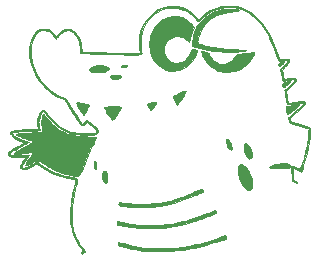
<source format=gbr>
G04 #@! TF.GenerationSoftware,KiCad,Pcbnew,5.1.5-52549c5~84~ubuntu18.04.1*
G04 #@! TF.CreationDate,2019-12-20T17:19:42-07:00*
G04 #@! TF.ProjectId,Tiny,54696e79-2e6b-4696-9361-645f70636258,rev?*
G04 #@! TF.SameCoordinates,Original*
G04 #@! TF.FileFunction,Copper,L1,Top*
G04 #@! TF.FilePolarity,Positive*
%FSLAX46Y46*%
G04 Gerber Fmt 4.6, Leading zero omitted, Abs format (unit mm)*
G04 Created by KiCad (PCBNEW 5.1.5-52549c5~84~ubuntu18.04.1) date 2019-12-20 17:19:42*
%MOMM*%
%LPD*%
G04 APERTURE LIST*
%ADD10C,0.010000*%
G04 APERTURE END LIST*
D10*
G36*
X159130538Y-65586497D02*
G01*
X159162750Y-65586573D01*
X159372660Y-65587604D01*
X159543898Y-65589792D01*
X159680121Y-65593475D01*
X159784982Y-65598987D01*
X159862136Y-65606666D01*
X159915238Y-65616846D01*
X159947942Y-65629865D01*
X159963902Y-65646057D01*
X159967083Y-65660523D01*
X159966235Y-65668184D01*
X159961266Y-65675194D01*
X159948540Y-65682258D01*
X159924421Y-65690077D01*
X159885271Y-65699354D01*
X159827454Y-65710793D01*
X159747334Y-65725096D01*
X159641273Y-65742967D01*
X159505637Y-65765107D01*
X159336787Y-65792221D01*
X159131088Y-65825011D01*
X159046333Y-65838496D01*
X158810321Y-65878240D01*
X158610115Y-65917074D01*
X158439263Y-65956608D01*
X158291314Y-65998455D01*
X158159816Y-66044226D01*
X158064452Y-66083715D01*
X157821982Y-66209459D01*
X157584315Y-66367007D01*
X157360587Y-66548854D01*
X157159937Y-66747497D01*
X156991503Y-66955431D01*
X156975919Y-66977700D01*
X156867121Y-67153924D01*
X156760908Y-67359680D01*
X156662572Y-67582257D01*
X156577402Y-67808938D01*
X156510691Y-68027011D01*
X156475319Y-68180592D01*
X156459734Y-68267656D01*
X156453192Y-68324413D01*
X156455742Y-68361927D01*
X156467431Y-68391258D01*
X156476312Y-68405693D01*
X156528413Y-68454834D01*
X156620230Y-68505902D01*
X156749230Y-68558126D01*
X156912884Y-68610737D01*
X157108658Y-68662965D01*
X157334022Y-68714039D01*
X157586444Y-68763189D01*
X157737826Y-68789445D01*
X157933645Y-68820927D01*
X158122788Y-68848842D01*
X158310748Y-68873706D01*
X158503015Y-68896033D01*
X158705083Y-68916338D01*
X158922442Y-68935137D01*
X159160585Y-68952944D01*
X159425005Y-68970274D01*
X159721192Y-68987643D01*
X160027001Y-69004127D01*
X160161936Y-69011835D01*
X160284610Y-69020103D01*
X160387948Y-69028352D01*
X160464877Y-69036004D01*
X160508321Y-69042482D01*
X160513050Y-69043824D01*
X160544787Y-69057972D01*
X160537783Y-69070860D01*
X160516632Y-69082707D01*
X160480837Y-69093358D01*
X160412145Y-69106868D01*
X160319761Y-69121654D01*
X160212888Y-69136133D01*
X160189333Y-69139002D01*
X160067599Y-69153732D01*
X159945715Y-69168824D01*
X159837609Y-69182534D01*
X159757212Y-69193117D01*
X159755417Y-69193362D01*
X159679053Y-69200287D01*
X159570263Y-69205462D01*
X159438918Y-69208802D01*
X159294891Y-69210222D01*
X159148057Y-69209636D01*
X159008288Y-69206959D01*
X158885457Y-69202107D01*
X158866417Y-69201027D01*
X158589964Y-69183847D01*
X158350375Y-69167423D01*
X158142205Y-69151085D01*
X157960008Y-69134164D01*
X157798338Y-69115988D01*
X157651750Y-69095887D01*
X157514799Y-69073191D01*
X157382039Y-69047231D01*
X157248024Y-69017334D01*
X157120167Y-68986087D01*
X156960206Y-68946359D01*
X156782408Y-68903286D01*
X156602778Y-68860679D01*
X156437324Y-68822348D01*
X156341847Y-68800839D01*
X155976277Y-68719797D01*
X155989318Y-68528190D01*
X156012803Y-68311968D01*
X156053555Y-68077864D01*
X156108545Y-67837576D01*
X156174743Y-67602802D01*
X156249121Y-67385240D01*
X156328649Y-67196590D01*
X156340385Y-67172417D01*
X156460227Y-66967809D01*
X156616065Y-66760908D01*
X156802193Y-66556676D01*
X157012900Y-66360077D01*
X157242477Y-66176072D01*
X157485215Y-66009624D01*
X157735405Y-65865697D01*
X157969036Y-65756705D01*
X158079548Y-65711730D01*
X158174406Y-65675377D01*
X158259951Y-65646742D01*
X158342522Y-65624922D01*
X158428459Y-65609012D01*
X158524103Y-65598109D01*
X158635792Y-65591310D01*
X158769868Y-65587710D01*
X158932670Y-65586407D01*
X159130538Y-65586497D01*
G37*
X159130538Y-65586497D02*
X159162750Y-65586573D01*
X159372660Y-65587604D01*
X159543898Y-65589792D01*
X159680121Y-65593475D01*
X159784982Y-65598987D01*
X159862136Y-65606666D01*
X159915238Y-65616846D01*
X159947942Y-65629865D01*
X159963902Y-65646057D01*
X159967083Y-65660523D01*
X159966235Y-65668184D01*
X159961266Y-65675194D01*
X159948540Y-65682258D01*
X159924421Y-65690077D01*
X159885271Y-65699354D01*
X159827454Y-65710793D01*
X159747334Y-65725096D01*
X159641273Y-65742967D01*
X159505637Y-65765107D01*
X159336787Y-65792221D01*
X159131088Y-65825011D01*
X159046333Y-65838496D01*
X158810321Y-65878240D01*
X158610115Y-65917074D01*
X158439263Y-65956608D01*
X158291314Y-65998455D01*
X158159816Y-66044226D01*
X158064452Y-66083715D01*
X157821982Y-66209459D01*
X157584315Y-66367007D01*
X157360587Y-66548854D01*
X157159937Y-66747497D01*
X156991503Y-66955431D01*
X156975919Y-66977700D01*
X156867121Y-67153924D01*
X156760908Y-67359680D01*
X156662572Y-67582257D01*
X156577402Y-67808938D01*
X156510691Y-68027011D01*
X156475319Y-68180592D01*
X156459734Y-68267656D01*
X156453192Y-68324413D01*
X156455742Y-68361927D01*
X156467431Y-68391258D01*
X156476312Y-68405693D01*
X156528413Y-68454834D01*
X156620230Y-68505902D01*
X156749230Y-68558126D01*
X156912884Y-68610737D01*
X157108658Y-68662965D01*
X157334022Y-68714039D01*
X157586444Y-68763189D01*
X157737826Y-68789445D01*
X157933645Y-68820927D01*
X158122788Y-68848842D01*
X158310748Y-68873706D01*
X158503015Y-68896033D01*
X158705083Y-68916338D01*
X158922442Y-68935137D01*
X159160585Y-68952944D01*
X159425005Y-68970274D01*
X159721192Y-68987643D01*
X160027001Y-69004127D01*
X160161936Y-69011835D01*
X160284610Y-69020103D01*
X160387948Y-69028352D01*
X160464877Y-69036004D01*
X160508321Y-69042482D01*
X160513050Y-69043824D01*
X160544787Y-69057972D01*
X160537783Y-69070860D01*
X160516632Y-69082707D01*
X160480837Y-69093358D01*
X160412145Y-69106868D01*
X160319761Y-69121654D01*
X160212888Y-69136133D01*
X160189333Y-69139002D01*
X160067599Y-69153732D01*
X159945715Y-69168824D01*
X159837609Y-69182534D01*
X159757212Y-69193117D01*
X159755417Y-69193362D01*
X159679053Y-69200287D01*
X159570263Y-69205462D01*
X159438918Y-69208802D01*
X159294891Y-69210222D01*
X159148057Y-69209636D01*
X159008288Y-69206959D01*
X158885457Y-69202107D01*
X158866417Y-69201027D01*
X158589964Y-69183847D01*
X158350375Y-69167423D01*
X158142205Y-69151085D01*
X157960008Y-69134164D01*
X157798338Y-69115988D01*
X157651750Y-69095887D01*
X157514799Y-69073191D01*
X157382039Y-69047231D01*
X157248024Y-69017334D01*
X157120167Y-68986087D01*
X156960206Y-68946359D01*
X156782408Y-68903286D01*
X156602778Y-68860679D01*
X156437324Y-68822348D01*
X156341847Y-68800839D01*
X155976277Y-68719797D01*
X155989318Y-68528190D01*
X156012803Y-68311968D01*
X156053555Y-68077864D01*
X156108545Y-67837576D01*
X156174743Y-67602802D01*
X156249121Y-67385240D01*
X156328649Y-67196590D01*
X156340385Y-67172417D01*
X156460227Y-66967809D01*
X156616065Y-66760908D01*
X156802193Y-66556676D01*
X157012900Y-66360077D01*
X157242477Y-66176072D01*
X157485215Y-66009624D01*
X157735405Y-65865697D01*
X157969036Y-65756705D01*
X158079548Y-65711730D01*
X158174406Y-65675377D01*
X158259951Y-65646742D01*
X158342522Y-65624922D01*
X158428459Y-65609012D01*
X158524103Y-65598109D01*
X158635792Y-65591310D01*
X158769868Y-65587710D01*
X158932670Y-65586407D01*
X159130538Y-65586497D01*
G36*
X163765108Y-70048563D02*
G01*
X163787474Y-70056719D01*
X163787667Y-70057891D01*
X163772187Y-70084720D01*
X163731220Y-70129946D01*
X163672973Y-70186338D01*
X163605650Y-70246665D01*
X163537460Y-70303694D01*
X163476609Y-70350195D01*
X163431302Y-70378936D01*
X163417170Y-70384362D01*
X163350429Y-70376783D01*
X163310711Y-70353663D01*
X163273321Y-70309848D01*
X163258500Y-70265174D01*
X163276568Y-70214212D01*
X163323555Y-70159356D01*
X163388635Y-70111285D01*
X163438417Y-70087662D01*
X163494935Y-70072385D01*
X163567103Y-70059879D01*
X163643682Y-70051101D01*
X163713430Y-70047009D01*
X163765108Y-70048563D01*
G37*
X163765108Y-70048563D02*
X163787474Y-70056719D01*
X163787667Y-70057891D01*
X163772187Y-70084720D01*
X163731220Y-70129946D01*
X163672973Y-70186338D01*
X163605650Y-70246665D01*
X163537460Y-70303694D01*
X163476609Y-70350195D01*
X163431302Y-70378936D01*
X163417170Y-70384362D01*
X163350429Y-70376783D01*
X163310711Y-70353663D01*
X163273321Y-70309848D01*
X163258500Y-70265174D01*
X163276568Y-70214212D01*
X163323555Y-70159356D01*
X163388635Y-70111285D01*
X163438417Y-70087662D01*
X163494935Y-70072385D01*
X163567103Y-70059879D01*
X163643682Y-70051101D01*
X163713430Y-70047009D01*
X163765108Y-70048563D01*
G36*
X150353076Y-70304153D02*
G01*
X150443878Y-70326083D01*
X150487094Y-70347224D01*
X150529564Y-70385169D01*
X150530803Y-70415945D01*
X150491342Y-70439318D01*
X150411713Y-70455055D01*
X150292446Y-70462921D01*
X150222501Y-70463833D01*
X150112029Y-70461570D01*
X150036729Y-70454187D01*
X149989649Y-70440791D01*
X149975170Y-70432069D01*
X149948374Y-70407991D01*
X149951048Y-70388414D01*
X149982620Y-70359146D01*
X150049046Y-70324635D01*
X150142023Y-70303752D01*
X150247912Y-70296817D01*
X150353076Y-70304153D01*
G37*
X150353076Y-70304153D02*
X150443878Y-70326083D01*
X150487094Y-70347224D01*
X150529564Y-70385169D01*
X150530803Y-70415945D01*
X150491342Y-70439318D01*
X150411713Y-70455055D01*
X150292446Y-70462921D01*
X150222501Y-70463833D01*
X150112029Y-70461570D01*
X150036729Y-70454187D01*
X149989649Y-70440791D01*
X149975170Y-70432069D01*
X149948374Y-70407991D01*
X149951048Y-70388414D01*
X149982620Y-70359146D01*
X150049046Y-70324635D01*
X150142023Y-70303752D01*
X150247912Y-70296817D01*
X150353076Y-70304153D01*
G36*
X154862531Y-66202451D02*
G01*
X155018284Y-66226346D01*
X155161107Y-66266862D01*
X155300473Y-66326522D01*
X155445858Y-66407852D01*
X155565247Y-66485060D01*
X155664717Y-66557484D01*
X155769377Y-66642689D01*
X155871601Y-66733538D01*
X155963764Y-66822896D01*
X156038239Y-66903626D01*
X156087402Y-66968591D01*
X156093912Y-66979779D01*
X156133491Y-67053273D01*
X155990283Y-67508463D01*
X155946349Y-67650980D01*
X155905115Y-67790079D01*
X155868988Y-67917216D01*
X155840379Y-68023849D01*
X155821697Y-68101434D01*
X155818276Y-68118368D01*
X155798163Y-68227385D01*
X155781882Y-68297987D01*
X155763403Y-68332929D01*
X155736699Y-68334965D01*
X155695739Y-68306849D01*
X155634497Y-68251335D01*
X155599096Y-68218502D01*
X155427601Y-68079694D01*
X155253926Y-67979940D01*
X155070694Y-67916282D01*
X154870530Y-67885762D01*
X154760083Y-67882002D01*
X154550038Y-67896101D01*
X154364805Y-67940480D01*
X154196723Y-68018260D01*
X154038129Y-68132564D01*
X153953745Y-68210564D01*
X153817194Y-68371493D01*
X153710749Y-68550108D01*
X153636289Y-68739985D01*
X153595694Y-68934705D01*
X153590844Y-69127845D01*
X153623620Y-69312984D01*
X153627354Y-69325422D01*
X153702335Y-69501450D01*
X153813295Y-69669453D01*
X153953891Y-69822314D01*
X154117780Y-69952914D01*
X154260991Y-70036382D01*
X154335554Y-70071767D01*
X154396315Y-70094923D01*
X154456960Y-70108898D01*
X154531170Y-70116740D01*
X154632631Y-70121496D01*
X154645079Y-70121929D01*
X154839570Y-70120644D01*
X155004025Y-70099931D01*
X155147615Y-70056333D01*
X155279511Y-69986389D01*
X155408881Y-69886642D01*
X155501008Y-69799099D01*
X155613282Y-69676258D01*
X155701217Y-69555980D01*
X155772653Y-69425135D01*
X155835426Y-69270595D01*
X155860747Y-69196519D01*
X155900009Y-69086209D01*
X155936074Y-69011753D01*
X155974376Y-68967560D01*
X156020351Y-68948038D01*
X156079434Y-68947598D01*
X156100133Y-68950292D01*
X156187889Y-68968521D01*
X156275634Y-68995145D01*
X156352601Y-69025939D01*
X156408025Y-69056676D01*
X156430268Y-69079885D01*
X156436218Y-69116544D01*
X156428380Y-69167105D01*
X156404812Y-69237802D01*
X156363573Y-69334864D01*
X156324795Y-69418371D01*
X156176407Y-69692262D01*
X156003886Y-69941924D01*
X155810460Y-70164533D01*
X155599357Y-70357267D01*
X155373804Y-70517302D01*
X155137030Y-70641817D01*
X154892263Y-70727988D01*
X154803078Y-70749025D01*
X154721415Y-70761984D01*
X154614148Y-70773669D01*
X154491662Y-70783525D01*
X154364338Y-70790998D01*
X154242559Y-70795536D01*
X154136710Y-70796583D01*
X154057171Y-70793586D01*
X154029833Y-70790278D01*
X153808759Y-70730880D01*
X153586384Y-70634111D01*
X153368197Y-70504382D01*
X153159689Y-70346106D01*
X152966347Y-70163697D01*
X152793663Y-69961568D01*
X152647125Y-69744131D01*
X152583717Y-69627750D01*
X152502346Y-69427332D01*
X152441585Y-69193664D01*
X152402055Y-68930809D01*
X152384379Y-68642835D01*
X152388357Y-68350488D01*
X152401181Y-68161422D01*
X152422084Y-68001437D01*
X152454265Y-67857565D01*
X152500923Y-67716836D01*
X152565256Y-67566281D01*
X152599412Y-67494755D01*
X152756699Y-67204567D01*
X152926064Y-66953813D01*
X153109280Y-66740863D01*
X153308119Y-66564090D01*
X153524354Y-66421868D01*
X153759759Y-66312567D01*
X153955750Y-66249670D01*
X154044551Y-66229482D01*
X154142914Y-66214600D01*
X154260488Y-66203998D01*
X154406922Y-66196646D01*
X154474333Y-66194427D01*
X154684372Y-66192653D01*
X154862531Y-66202451D01*
G37*
X154862531Y-66202451D02*
X155018284Y-66226346D01*
X155161107Y-66266862D01*
X155300473Y-66326522D01*
X155445858Y-66407852D01*
X155565247Y-66485060D01*
X155664717Y-66557484D01*
X155769377Y-66642689D01*
X155871601Y-66733538D01*
X155963764Y-66822896D01*
X156038239Y-66903626D01*
X156087402Y-66968591D01*
X156093912Y-66979779D01*
X156133491Y-67053273D01*
X155990283Y-67508463D01*
X155946349Y-67650980D01*
X155905115Y-67790079D01*
X155868988Y-67917216D01*
X155840379Y-68023849D01*
X155821697Y-68101434D01*
X155818276Y-68118368D01*
X155798163Y-68227385D01*
X155781882Y-68297987D01*
X155763403Y-68332929D01*
X155736699Y-68334965D01*
X155695739Y-68306849D01*
X155634497Y-68251335D01*
X155599096Y-68218502D01*
X155427601Y-68079694D01*
X155253926Y-67979940D01*
X155070694Y-67916282D01*
X154870530Y-67885762D01*
X154760083Y-67882002D01*
X154550038Y-67896101D01*
X154364805Y-67940480D01*
X154196723Y-68018260D01*
X154038129Y-68132564D01*
X153953745Y-68210564D01*
X153817194Y-68371493D01*
X153710749Y-68550108D01*
X153636289Y-68739985D01*
X153595694Y-68934705D01*
X153590844Y-69127845D01*
X153623620Y-69312984D01*
X153627354Y-69325422D01*
X153702335Y-69501450D01*
X153813295Y-69669453D01*
X153953891Y-69822314D01*
X154117780Y-69952914D01*
X154260991Y-70036382D01*
X154335554Y-70071767D01*
X154396315Y-70094923D01*
X154456960Y-70108898D01*
X154531170Y-70116740D01*
X154632631Y-70121496D01*
X154645079Y-70121929D01*
X154839570Y-70120644D01*
X155004025Y-70099931D01*
X155147615Y-70056333D01*
X155279511Y-69986389D01*
X155408881Y-69886642D01*
X155501008Y-69799099D01*
X155613282Y-69676258D01*
X155701217Y-69555980D01*
X155772653Y-69425135D01*
X155835426Y-69270595D01*
X155860747Y-69196519D01*
X155900009Y-69086209D01*
X155936074Y-69011753D01*
X155974376Y-68967560D01*
X156020351Y-68948038D01*
X156079434Y-68947598D01*
X156100133Y-68950292D01*
X156187889Y-68968521D01*
X156275634Y-68995145D01*
X156352601Y-69025939D01*
X156408025Y-69056676D01*
X156430268Y-69079885D01*
X156436218Y-69116544D01*
X156428380Y-69167105D01*
X156404812Y-69237802D01*
X156363573Y-69334864D01*
X156324795Y-69418371D01*
X156176407Y-69692262D01*
X156003886Y-69941924D01*
X155810460Y-70164533D01*
X155599357Y-70357267D01*
X155373804Y-70517302D01*
X155137030Y-70641817D01*
X154892263Y-70727988D01*
X154803078Y-70749025D01*
X154721415Y-70761984D01*
X154614148Y-70773669D01*
X154491662Y-70783525D01*
X154364338Y-70790998D01*
X154242559Y-70795536D01*
X154136710Y-70796583D01*
X154057171Y-70793586D01*
X154029833Y-70790278D01*
X153808759Y-70730880D01*
X153586384Y-70634111D01*
X153368197Y-70504382D01*
X153159689Y-70346106D01*
X152966347Y-70163697D01*
X152793663Y-69961568D01*
X152647125Y-69744131D01*
X152583717Y-69627750D01*
X152502346Y-69427332D01*
X152441585Y-69193664D01*
X152402055Y-68930809D01*
X152384379Y-68642835D01*
X152388357Y-68350488D01*
X152401181Y-68161422D01*
X152422084Y-68001437D01*
X152454265Y-67857565D01*
X152500923Y-67716836D01*
X152565256Y-67566281D01*
X152599412Y-67494755D01*
X152756699Y-67204567D01*
X152926064Y-66953813D01*
X153109280Y-66740863D01*
X153308119Y-66564090D01*
X153524354Y-66421868D01*
X153759759Y-66312567D01*
X153955750Y-66249670D01*
X154044551Y-66229482D01*
X154142914Y-66214600D01*
X154260488Y-66203998D01*
X154406922Y-66196646D01*
X154474333Y-66194427D01*
X154684372Y-66192653D01*
X154862531Y-66202451D01*
G36*
X156913134Y-69142976D02*
G01*
X157049930Y-69166315D01*
X157077184Y-69171530D01*
X157202108Y-69197931D01*
X157293005Y-69224622D01*
X157357882Y-69256933D01*
X157404745Y-69300190D01*
X157441599Y-69359723D01*
X157474546Y-69435984D01*
X157573690Y-69639760D01*
X157699628Y-69818100D01*
X157848542Y-69967467D01*
X158016615Y-70084324D01*
X158200032Y-70165136D01*
X158287174Y-70188937D01*
X158396930Y-70204180D01*
X158529713Y-70208799D01*
X158671543Y-70203598D01*
X158808437Y-70189381D01*
X158926412Y-70166950D01*
X158985062Y-70148836D01*
X159165796Y-70059754D01*
X159332428Y-69939654D01*
X159476082Y-69796215D01*
X159587878Y-69637116D01*
X159598024Y-69618661D01*
X159629162Y-69561318D01*
X159658271Y-69514230D01*
X159689854Y-69475891D01*
X159728414Y-69444793D01*
X159778453Y-69419428D01*
X159844474Y-69398289D01*
X159930979Y-69379869D01*
X160042472Y-69362661D01*
X160183455Y-69345157D01*
X160358430Y-69325849D01*
X160525647Y-69308120D01*
X160675806Y-69292236D01*
X160817461Y-69277212D01*
X160943395Y-69263816D01*
X161046391Y-69252817D01*
X161119230Y-69244982D01*
X161147125Y-69241936D01*
X161207584Y-69236600D01*
X161237113Y-69241666D01*
X161246784Y-69262248D01*
X161247667Y-69288364D01*
X161236807Y-69339201D01*
X161207086Y-69416768D01*
X161162790Y-69512352D01*
X161108206Y-69617238D01*
X161047621Y-69722713D01*
X160988168Y-69815878D01*
X160902162Y-69929143D01*
X160790735Y-70055961D01*
X160663726Y-70186461D01*
X160530972Y-70310766D01*
X160402314Y-70419004D01*
X160341824Y-70464565D01*
X160116365Y-70610369D01*
X159894697Y-70719407D01*
X159667409Y-70795136D01*
X159425091Y-70841014D01*
X159279167Y-70854965D01*
X159121361Y-70864965D01*
X158995548Y-70871468D01*
X158891545Y-70874618D01*
X158799168Y-70874557D01*
X158708232Y-70871427D01*
X158608555Y-70865373D01*
X158596689Y-70864539D01*
X158391441Y-70839925D01*
X158212735Y-70796161D01*
X158197401Y-70791162D01*
X158018159Y-70714389D01*
X157831092Y-70603190D01*
X157642316Y-70463112D01*
X157457947Y-70299700D01*
X157284103Y-70118500D01*
X157126897Y-69925060D01*
X156992448Y-69724925D01*
X156960121Y-69669171D01*
X156925331Y-69602113D01*
X156884988Y-69516941D01*
X156843067Y-69423038D01*
X156803547Y-69329789D01*
X156770405Y-69246580D01*
X156747619Y-69182794D01*
X156739167Y-69147855D01*
X156758310Y-69133785D01*
X156816113Y-69132146D01*
X156913134Y-69142976D01*
G37*
X156913134Y-69142976D02*
X157049930Y-69166315D01*
X157077184Y-69171530D01*
X157202108Y-69197931D01*
X157293005Y-69224622D01*
X157357882Y-69256933D01*
X157404745Y-69300190D01*
X157441599Y-69359723D01*
X157474546Y-69435984D01*
X157573690Y-69639760D01*
X157699628Y-69818100D01*
X157848542Y-69967467D01*
X158016615Y-70084324D01*
X158200032Y-70165136D01*
X158287174Y-70188937D01*
X158396930Y-70204180D01*
X158529713Y-70208799D01*
X158671543Y-70203598D01*
X158808437Y-70189381D01*
X158926412Y-70166950D01*
X158985062Y-70148836D01*
X159165796Y-70059754D01*
X159332428Y-69939654D01*
X159476082Y-69796215D01*
X159587878Y-69637116D01*
X159598024Y-69618661D01*
X159629162Y-69561318D01*
X159658271Y-69514230D01*
X159689854Y-69475891D01*
X159728414Y-69444793D01*
X159778453Y-69419428D01*
X159844474Y-69398289D01*
X159930979Y-69379869D01*
X160042472Y-69362661D01*
X160183455Y-69345157D01*
X160358430Y-69325849D01*
X160525647Y-69308120D01*
X160675806Y-69292236D01*
X160817461Y-69277212D01*
X160943395Y-69263816D01*
X161046391Y-69252817D01*
X161119230Y-69244982D01*
X161147125Y-69241936D01*
X161207584Y-69236600D01*
X161237113Y-69241666D01*
X161246784Y-69262248D01*
X161247667Y-69288364D01*
X161236807Y-69339201D01*
X161207086Y-69416768D01*
X161162790Y-69512352D01*
X161108206Y-69617238D01*
X161047621Y-69722713D01*
X160988168Y-69815878D01*
X160902162Y-69929143D01*
X160790735Y-70055961D01*
X160663726Y-70186461D01*
X160530972Y-70310766D01*
X160402314Y-70419004D01*
X160341824Y-70464565D01*
X160116365Y-70610369D01*
X159894697Y-70719407D01*
X159667409Y-70795136D01*
X159425091Y-70841014D01*
X159279167Y-70854965D01*
X159121361Y-70864965D01*
X158995548Y-70871468D01*
X158891545Y-70874618D01*
X158799168Y-70874557D01*
X158708232Y-70871427D01*
X158608555Y-70865373D01*
X158596689Y-70864539D01*
X158391441Y-70839925D01*
X158212735Y-70796161D01*
X158197401Y-70791162D01*
X158018159Y-70714389D01*
X157831092Y-70603190D01*
X157642316Y-70463112D01*
X157457947Y-70299700D01*
X157284103Y-70118500D01*
X157126897Y-69925060D01*
X156992448Y-69724925D01*
X156960121Y-69669171D01*
X156925331Y-69602113D01*
X156884988Y-69516941D01*
X156843067Y-69423038D01*
X156803547Y-69329789D01*
X156770405Y-69246580D01*
X156747619Y-69182794D01*
X156739167Y-69147855D01*
X156758310Y-69133785D01*
X156816113Y-69132146D01*
X156913134Y-69142976D01*
G36*
X148339663Y-70330954D02*
G01*
X148468915Y-70340399D01*
X148570707Y-70357444D01*
X148590415Y-70362864D01*
X148686936Y-70400207D01*
X148780790Y-70449835D01*
X148861269Y-70504854D01*
X148917661Y-70558373D01*
X148934301Y-70584164D01*
X148944132Y-70617376D01*
X148935240Y-70648586D01*
X148902367Y-70689977D01*
X148877276Y-70716271D01*
X148807947Y-70777358D01*
X148727636Y-70834658D01*
X148698131Y-70852123D01*
X148662646Y-70870429D01*
X148628187Y-70884265D01*
X148588025Y-70894447D01*
X148535432Y-70901792D01*
X148463681Y-70907117D01*
X148366044Y-70911236D01*
X148235792Y-70914968D01*
X148165830Y-70916712D01*
X148026500Y-70919110D01*
X147894197Y-70919535D01*
X147777517Y-70918101D01*
X147685054Y-70914922D01*
X147625402Y-70910111D01*
X147621395Y-70909517D01*
X147501548Y-70877110D01*
X147403664Y-70817694D01*
X147348025Y-70764731D01*
X147305069Y-70695697D01*
X147302646Y-70627430D01*
X147338968Y-70561594D01*
X147412244Y-70499852D01*
X147520685Y-70443868D01*
X147662501Y-70395305D01*
X147775083Y-70367794D01*
X147900662Y-70347528D01*
X148044186Y-70334587D01*
X148194303Y-70329040D01*
X148339663Y-70330954D01*
G37*
X148339663Y-70330954D02*
X148468915Y-70340399D01*
X148570707Y-70357444D01*
X148590415Y-70362864D01*
X148686936Y-70400207D01*
X148780790Y-70449835D01*
X148861269Y-70504854D01*
X148917661Y-70558373D01*
X148934301Y-70584164D01*
X148944132Y-70617376D01*
X148935240Y-70648586D01*
X148902367Y-70689977D01*
X148877276Y-70716271D01*
X148807947Y-70777358D01*
X148727636Y-70834658D01*
X148698131Y-70852123D01*
X148662646Y-70870429D01*
X148628187Y-70884265D01*
X148588025Y-70894447D01*
X148535432Y-70901792D01*
X148463681Y-70907117D01*
X148366044Y-70911236D01*
X148235792Y-70914968D01*
X148165830Y-70916712D01*
X148026500Y-70919110D01*
X147894197Y-70919535D01*
X147777517Y-70918101D01*
X147685054Y-70914922D01*
X147625402Y-70910111D01*
X147621395Y-70909517D01*
X147501548Y-70877110D01*
X147403664Y-70817694D01*
X147348025Y-70764731D01*
X147305069Y-70695697D01*
X147302646Y-70627430D01*
X147338968Y-70561594D01*
X147412244Y-70499852D01*
X147520685Y-70443868D01*
X147662501Y-70395305D01*
X147775083Y-70367794D01*
X147900662Y-70347528D01*
X148044186Y-70334587D01*
X148194303Y-70329040D01*
X148339663Y-70330954D01*
G36*
X149555568Y-71124590D02*
G01*
X149697202Y-71137740D01*
X149815790Y-71162707D01*
X149906330Y-71197672D01*
X149963818Y-71240814D01*
X149982640Y-71279918D01*
X149969793Y-71331033D01*
X149919767Y-71378778D01*
X149837698Y-71421059D01*
X149728722Y-71455783D01*
X149597974Y-71480856D01*
X149457833Y-71493851D01*
X149361660Y-71497574D01*
X149295924Y-71496424D01*
X149248842Y-71488631D01*
X149208633Y-71472423D01*
X149171102Y-71450734D01*
X149111998Y-71406225D01*
X149065656Y-71357420D01*
X149055217Y-71341409D01*
X149038617Y-71303723D01*
X149043070Y-71275662D01*
X149073483Y-71241827D01*
X149092411Y-71224661D01*
X149162198Y-71175437D01*
X149246376Y-71143117D01*
X149352693Y-71126027D01*
X149488894Y-71122492D01*
X149555568Y-71124590D01*
G37*
X149555568Y-71124590D02*
X149697202Y-71137740D01*
X149815790Y-71162707D01*
X149906330Y-71197672D01*
X149963818Y-71240814D01*
X149982640Y-71279918D01*
X149969793Y-71331033D01*
X149919767Y-71378778D01*
X149837698Y-71421059D01*
X149728722Y-71455783D01*
X149597974Y-71480856D01*
X149457833Y-71493851D01*
X149361660Y-71497574D01*
X149295924Y-71496424D01*
X149248842Y-71488631D01*
X149208633Y-71472423D01*
X149171102Y-71450734D01*
X149111998Y-71406225D01*
X149065656Y-71357420D01*
X149055217Y-71341409D01*
X149038617Y-71303723D01*
X149043070Y-71275662D01*
X149073483Y-71241827D01*
X149092411Y-71224661D01*
X149162198Y-71175437D01*
X149246376Y-71143117D01*
X149352693Y-71126027D01*
X149488894Y-71122492D01*
X149555568Y-71124590D01*
G36*
X164321773Y-71685092D02*
G01*
X164326446Y-71689930D01*
X164319236Y-71715766D01*
X164284486Y-71761775D01*
X164228339Y-71822485D01*
X164156936Y-71892421D01*
X164076419Y-71966112D01*
X163992929Y-72038083D01*
X163912607Y-72102862D01*
X163841596Y-72154976D01*
X163786036Y-72188951D01*
X163754644Y-72199500D01*
X163720605Y-72185209D01*
X163680829Y-72151875D01*
X163655006Y-72117142D01*
X163643295Y-72075019D01*
X163642637Y-72010964D01*
X163644544Y-71979348D01*
X163653475Y-71901532D01*
X163670492Y-71851184D01*
X163701097Y-71813517D01*
X163708796Y-71806665D01*
X163757962Y-71777871D01*
X163833253Y-71749506D01*
X163925530Y-71723299D01*
X164025651Y-71700978D01*
X164124476Y-71684269D01*
X164212865Y-71674900D01*
X164281678Y-71674598D01*
X164321773Y-71685092D01*
G37*
X164321773Y-71685092D02*
X164326446Y-71689930D01*
X164319236Y-71715766D01*
X164284486Y-71761775D01*
X164228339Y-71822485D01*
X164156936Y-71892421D01*
X164076419Y-71966112D01*
X163992929Y-72038083D01*
X163912607Y-72102862D01*
X163841596Y-72154976D01*
X163786036Y-72188951D01*
X163754644Y-72199500D01*
X163720605Y-72185209D01*
X163680829Y-72151875D01*
X163655006Y-72117142D01*
X163643295Y-72075019D01*
X163642637Y-72010964D01*
X163644544Y-71979348D01*
X163653475Y-71901532D01*
X163670492Y-71851184D01*
X163701097Y-71813517D01*
X163708796Y-71806665D01*
X163757962Y-71777871D01*
X163833253Y-71749506D01*
X163925530Y-71723299D01*
X164025651Y-71700978D01*
X164124476Y-71684269D01*
X164212865Y-71674900D01*
X164281678Y-71674598D01*
X164321773Y-71685092D01*
G36*
X155459630Y-72479241D02*
G01*
X155462110Y-72509696D01*
X155444023Y-72569952D01*
X155408387Y-72654654D01*
X155358223Y-72758450D01*
X155296550Y-72875986D01*
X155226387Y-73001910D01*
X155150756Y-73130868D01*
X155072675Y-73257508D01*
X154995165Y-73376477D01*
X154921245Y-73482420D01*
X154853934Y-73569986D01*
X154825700Y-73602983D01*
X154753537Y-73683549D01*
X154637379Y-73495765D01*
X154546065Y-73343205D01*
X154474777Y-73213546D01*
X154424927Y-73109676D01*
X154397922Y-73034480D01*
X154393727Y-72996827D01*
X154408361Y-72966211D01*
X154446211Y-72930220D01*
X154510436Y-72886971D01*
X154604193Y-72834581D01*
X154730640Y-72771167D01*
X154892936Y-72694845D01*
X154924392Y-72680417D01*
X155103226Y-72600237D01*
X155245376Y-72540047D01*
X155351368Y-72499652D01*
X155421727Y-72478854D01*
X155456979Y-72477454D01*
X155459630Y-72479241D01*
G37*
X155459630Y-72479241D02*
X155462110Y-72509696D01*
X155444023Y-72569952D01*
X155408387Y-72654654D01*
X155358223Y-72758450D01*
X155296550Y-72875986D01*
X155226387Y-73001910D01*
X155150756Y-73130868D01*
X155072675Y-73257508D01*
X154995165Y-73376477D01*
X154921245Y-73482420D01*
X154853934Y-73569986D01*
X154825700Y-73602983D01*
X154753537Y-73683549D01*
X154637379Y-73495765D01*
X154546065Y-73343205D01*
X154474777Y-73213546D01*
X154424927Y-73109676D01*
X154397922Y-73034480D01*
X154393727Y-72996827D01*
X154408361Y-72966211D01*
X154446211Y-72930220D01*
X154510436Y-72886971D01*
X154604193Y-72834581D01*
X154730640Y-72771167D01*
X154892936Y-72694845D01*
X154924392Y-72680417D01*
X155103226Y-72600237D01*
X155245376Y-72540047D01*
X155351368Y-72499652D01*
X155421727Y-72478854D01*
X155456979Y-72477454D01*
X155459630Y-72479241D01*
G36*
X152964047Y-73413502D02*
G01*
X152980693Y-73424918D01*
X152980642Y-73460372D01*
X152958693Y-73522169D01*
X152919250Y-73603480D01*
X152866717Y-73697474D01*
X152805497Y-73797324D01*
X152739992Y-73896199D01*
X152674605Y-73987270D01*
X152613741Y-74063707D01*
X152561801Y-74118681D01*
X152523190Y-74145362D01*
X152515259Y-74146833D01*
X152487524Y-74131259D01*
X152444739Y-74090682D01*
X152402137Y-74041180D01*
X152337854Y-73951101D01*
X152282198Y-73856904D01*
X152240001Y-73768417D01*
X152216095Y-73695470D01*
X152213106Y-73656657D01*
X152239963Y-73608708D01*
X152307169Y-73561316D01*
X152415354Y-73514155D01*
X152565145Y-73466896D01*
X152591647Y-73459670D01*
X152716549Y-73430125D01*
X152824481Y-73412204D01*
X152909096Y-73406474D01*
X152964047Y-73413502D01*
G37*
X152964047Y-73413502D02*
X152980693Y-73424918D01*
X152980642Y-73460372D01*
X152958693Y-73522169D01*
X152919250Y-73603480D01*
X152866717Y-73697474D01*
X152805497Y-73797324D01*
X152739992Y-73896199D01*
X152674605Y-73987270D01*
X152613741Y-74063707D01*
X152561801Y-74118681D01*
X152523190Y-74145362D01*
X152515259Y-74146833D01*
X152487524Y-74131259D01*
X152444739Y-74090682D01*
X152402137Y-74041180D01*
X152337854Y-73951101D01*
X152282198Y-73856904D01*
X152240001Y-73768417D01*
X152216095Y-73695470D01*
X152213106Y-73656657D01*
X152239963Y-73608708D01*
X152307169Y-73561316D01*
X152415354Y-73514155D01*
X152565145Y-73466896D01*
X152591647Y-73459670D01*
X152716549Y-73430125D01*
X152824481Y-73412204D01*
X152909096Y-73406474D01*
X152964047Y-73413502D01*
G36*
X165081179Y-73644307D02*
G01*
X165099944Y-73657741D01*
X165100000Y-73658792D01*
X165084331Y-73677088D01*
X165040677Y-73717675D01*
X164974064Y-73776342D01*
X164889520Y-73848878D01*
X164792071Y-73931074D01*
X164686747Y-74018719D01*
X164578573Y-74107604D01*
X164472577Y-74193518D01*
X164373786Y-74272252D01*
X164287229Y-74339595D01*
X164285083Y-74341235D01*
X164196386Y-74407384D01*
X164133945Y-74449061D01*
X164091691Y-74469133D01*
X164063558Y-74470468D01*
X164043479Y-74455932D01*
X164043170Y-74455562D01*
X164029372Y-74422882D01*
X164011060Y-74356876D01*
X163990061Y-74266071D01*
X163968203Y-74158997D01*
X163947312Y-74044182D01*
X163929215Y-73930155D01*
X163926407Y-73910463D01*
X163920323Y-73848588D01*
X163926319Y-73816089D01*
X163947004Y-73801082D01*
X163950674Y-73799868D01*
X163982172Y-73793049D01*
X164048762Y-73780645D01*
X164143747Y-73763833D01*
X164260430Y-73743791D01*
X164392114Y-73721698D01*
X164442037Y-73713447D01*
X164647029Y-73681074D01*
X164812103Y-73658085D01*
X164938595Y-73644368D01*
X165027842Y-73639812D01*
X165081179Y-73644307D01*
G37*
X165081179Y-73644307D02*
X165099944Y-73657741D01*
X165100000Y-73658792D01*
X165084331Y-73677088D01*
X165040677Y-73717675D01*
X164974064Y-73776342D01*
X164889520Y-73848878D01*
X164792071Y-73931074D01*
X164686747Y-74018719D01*
X164578573Y-74107604D01*
X164472577Y-74193518D01*
X164373786Y-74272252D01*
X164287229Y-74339595D01*
X164285083Y-74341235D01*
X164196386Y-74407384D01*
X164133945Y-74449061D01*
X164091691Y-74469133D01*
X164063558Y-74470468D01*
X164043479Y-74455932D01*
X164043170Y-74455562D01*
X164029372Y-74422882D01*
X164011060Y-74356876D01*
X163990061Y-74266071D01*
X163968203Y-74158997D01*
X163947312Y-74044182D01*
X163929215Y-73930155D01*
X163926407Y-73910463D01*
X163920323Y-73848588D01*
X163926319Y-73816089D01*
X163947004Y-73801082D01*
X163950674Y-73799868D01*
X163982172Y-73793049D01*
X164048762Y-73780645D01*
X164143747Y-73763833D01*
X164260430Y-73743791D01*
X164392114Y-73721698D01*
X164442037Y-73713447D01*
X164647029Y-73681074D01*
X164812103Y-73658085D01*
X164938595Y-73644368D01*
X165027842Y-73639812D01*
X165081179Y-73644307D01*
G36*
X146348323Y-73476278D02*
G01*
X146435073Y-73487403D01*
X146544532Y-73505407D01*
X146667565Y-73528416D01*
X146795036Y-73554558D01*
X146917811Y-73581959D01*
X147026754Y-73608749D01*
X147112731Y-73633053D01*
X147166224Y-73652813D01*
X147218137Y-73683475D01*
X147238661Y-73714191D01*
X147239005Y-73744667D01*
X147224490Y-73798314D01*
X147193753Y-73875713D01*
X147150536Y-73970012D01*
X147098579Y-74074358D01*
X147041622Y-74181900D01*
X146983406Y-74285785D01*
X146927672Y-74379162D01*
X146878161Y-74455178D01*
X146838613Y-74506982D01*
X146812768Y-74527721D01*
X146811461Y-74527833D01*
X146793689Y-74511158D01*
X146757504Y-74465358D01*
X146707610Y-74396769D01*
X146648714Y-74311729D01*
X146626688Y-74279017D01*
X146533279Y-74135795D01*
X146446225Y-73995717D01*
X146368567Y-73864222D01*
X146303344Y-73746753D01*
X146253597Y-73648752D01*
X146222365Y-73575660D01*
X146212698Y-73538020D01*
X146214203Y-73500520D01*
X146233180Y-73482489D01*
X146281046Y-73474857D01*
X146293417Y-73473902D01*
X146348323Y-73476278D01*
G37*
X146348323Y-73476278D02*
X146435073Y-73487403D01*
X146544532Y-73505407D01*
X146667565Y-73528416D01*
X146795036Y-73554558D01*
X146917811Y-73581959D01*
X147026754Y-73608749D01*
X147112731Y-73633053D01*
X147166224Y-73652813D01*
X147218137Y-73683475D01*
X147238661Y-73714191D01*
X147239005Y-73744667D01*
X147224490Y-73798314D01*
X147193753Y-73875713D01*
X147150536Y-73970012D01*
X147098579Y-74074358D01*
X147041622Y-74181900D01*
X146983406Y-74285785D01*
X146927672Y-74379162D01*
X146878161Y-74455178D01*
X146838613Y-74506982D01*
X146812768Y-74527721D01*
X146811461Y-74527833D01*
X146793689Y-74511158D01*
X146757504Y-74465358D01*
X146707610Y-74396769D01*
X146648714Y-74311729D01*
X146626688Y-74279017D01*
X146533279Y-74135795D01*
X146446225Y-73995717D01*
X146368567Y-73864222D01*
X146303344Y-73746753D01*
X146253597Y-73648752D01*
X146222365Y-73575660D01*
X146212698Y-73538020D01*
X146214203Y-73500520D01*
X146233180Y-73482489D01*
X146281046Y-73474857D01*
X146293417Y-73473902D01*
X146348323Y-73476278D01*
G36*
X149501697Y-73812959D02*
G01*
X149640590Y-73815822D01*
X149763416Y-73820705D01*
X149863775Y-73827649D01*
X149935264Y-73836695D01*
X149971484Y-73847882D01*
X149972853Y-73849053D01*
X149973538Y-73879405D01*
X149948314Y-73943039D01*
X149897256Y-74039819D01*
X149820441Y-74169607D01*
X149717945Y-74332266D01*
X149638775Y-74453750D01*
X149535611Y-74607832D01*
X149444757Y-74738329D01*
X149368217Y-74842586D01*
X149307993Y-74917950D01*
X149266087Y-74961765D01*
X149247549Y-74972333D01*
X149227324Y-74956472D01*
X149188963Y-74914000D01*
X149139173Y-74852587D01*
X149113365Y-74818875D01*
X149027727Y-74700140D01*
X148935342Y-74563851D01*
X148842524Y-74420048D01*
X148755590Y-74278777D01*
X148680856Y-74150079D01*
X148624637Y-74043997D01*
X148619835Y-74034098D01*
X148584114Y-73957073D01*
X148566039Y-73908669D01*
X148563618Y-73880008D01*
X148574854Y-73862209D01*
X148580265Y-73857897D01*
X148617256Y-73846064D01*
X148689389Y-73835925D01*
X148790262Y-73827521D01*
X148913475Y-73820894D01*
X149052625Y-73816083D01*
X149201313Y-73813130D01*
X149353137Y-73812075D01*
X149501697Y-73812959D01*
G37*
X149501697Y-73812959D02*
X149640590Y-73815822D01*
X149763416Y-73820705D01*
X149863775Y-73827649D01*
X149935264Y-73836695D01*
X149971484Y-73847882D01*
X149972853Y-73849053D01*
X149973538Y-73879405D01*
X149948314Y-73943039D01*
X149897256Y-74039819D01*
X149820441Y-74169607D01*
X149717945Y-74332266D01*
X149638775Y-74453750D01*
X149535611Y-74607832D01*
X149444757Y-74738329D01*
X149368217Y-74842586D01*
X149307993Y-74917950D01*
X149266087Y-74961765D01*
X149247549Y-74972333D01*
X149227324Y-74956472D01*
X149188963Y-74914000D01*
X149139173Y-74852587D01*
X149113365Y-74818875D01*
X149027727Y-74700140D01*
X148935342Y-74563851D01*
X148842524Y-74420048D01*
X148755590Y-74278777D01*
X148680856Y-74150079D01*
X148624637Y-74043997D01*
X148619835Y-74034098D01*
X148584114Y-73957073D01*
X148566039Y-73908669D01*
X148563618Y-73880008D01*
X148574854Y-73862209D01*
X148580265Y-73857897D01*
X148617256Y-73846064D01*
X148689389Y-73835925D01*
X148790262Y-73827521D01*
X148913475Y-73820894D01*
X149052625Y-73816083D01*
X149201313Y-73813130D01*
X149353137Y-73812075D01*
X149501697Y-73812959D01*
G36*
X159038778Y-76579553D02*
G01*
X159097060Y-76633968D01*
X159156152Y-76715962D01*
X159213146Y-76818418D01*
X159265135Y-76934220D01*
X159309212Y-77056250D01*
X159342469Y-77177393D01*
X159362000Y-77290532D01*
X159364898Y-77388549D01*
X159350985Y-77457685D01*
X159321092Y-77486442D01*
X159271554Y-77486472D01*
X159212368Y-77459275D01*
X159177681Y-77431728D01*
X159075126Y-77310512D01*
X158991697Y-77161112D01*
X158932187Y-76995178D01*
X158901389Y-76824361D01*
X158898167Y-76752337D01*
X158903133Y-76656332D01*
X158919700Y-76596078D01*
X158950368Y-76565981D01*
X158984212Y-76559833D01*
X159038778Y-76579553D01*
G37*
X159038778Y-76579553D02*
X159097060Y-76633968D01*
X159156152Y-76715962D01*
X159213146Y-76818418D01*
X159265135Y-76934220D01*
X159309212Y-77056250D01*
X159342469Y-77177393D01*
X159362000Y-77290532D01*
X159364898Y-77388549D01*
X159350985Y-77457685D01*
X159321092Y-77486442D01*
X159271554Y-77486472D01*
X159212368Y-77459275D01*
X159177681Y-77431728D01*
X159075126Y-77310512D01*
X158991697Y-77161112D01*
X158932187Y-76995178D01*
X158901389Y-76824361D01*
X158898167Y-76752337D01*
X158903133Y-76656332D01*
X158919700Y-76596078D01*
X158950368Y-76565981D01*
X158984212Y-76559833D01*
X159038778Y-76579553D01*
G36*
X160610824Y-76951041D02*
G01*
X160683936Y-77006458D01*
X160759723Y-77088042D01*
X160835338Y-77193265D01*
X160907934Y-77319598D01*
X160974666Y-77464512D01*
X161022019Y-77592432D01*
X161069129Y-77749569D01*
X161094500Y-77876325D01*
X161097944Y-77978759D01*
X161079270Y-78062927D01*
X161038290Y-78134887D01*
X161003852Y-78173792D01*
X160930917Y-78223430D01*
X160853393Y-78231093D01*
X160771035Y-78196768D01*
X160721717Y-78158305D01*
X160637201Y-78059963D01*
X160560233Y-77929265D01*
X160493593Y-77775919D01*
X160440061Y-77609635D01*
X160402414Y-77440119D01*
X160383433Y-77277080D01*
X160385897Y-77130226D01*
X160402044Y-77041624D01*
X160435996Y-76967083D01*
X160484008Y-76928825D01*
X160543232Y-76924321D01*
X160610824Y-76951041D01*
G37*
X160610824Y-76951041D02*
X160683936Y-77006458D01*
X160759723Y-77088042D01*
X160835338Y-77193265D01*
X160907934Y-77319598D01*
X160974666Y-77464512D01*
X161022019Y-77592432D01*
X161069129Y-77749569D01*
X161094500Y-77876325D01*
X161097944Y-77978759D01*
X161079270Y-78062927D01*
X161038290Y-78134887D01*
X161003852Y-78173792D01*
X160930917Y-78223430D01*
X160853393Y-78231093D01*
X160771035Y-78196768D01*
X160721717Y-78158305D01*
X160637201Y-78059963D01*
X160560233Y-77929265D01*
X160493593Y-77775919D01*
X160440061Y-77609635D01*
X160402414Y-77440119D01*
X160383433Y-77277080D01*
X160385897Y-77130226D01*
X160402044Y-77041624D01*
X160435996Y-76967083D01*
X160484008Y-76928825D01*
X160543232Y-76924321D01*
X160610824Y-76951041D01*
G36*
X163895714Y-78637770D02*
G01*
X164006738Y-78641861D01*
X164084434Y-78647806D01*
X164137805Y-78657107D01*
X164175856Y-78671265D01*
X164204239Y-78689249D01*
X164238418Y-78719884D01*
X164257552Y-78756273D01*
X164266947Y-78812390D01*
X164270193Y-78862890D01*
X164271280Y-78940533D01*
X164263232Y-78989902D01*
X164243127Y-79024601D01*
X164233151Y-79035349D01*
X164207423Y-79056707D01*
X164176631Y-79069574D01*
X164133574Y-79073935D01*
X164071049Y-79069771D01*
X163981856Y-79057064D01*
X163858792Y-79035799D01*
X163851167Y-79034429D01*
X163771718Y-79021383D01*
X163692972Y-79011616D01*
X163607486Y-79004785D01*
X163507822Y-79000547D01*
X163386538Y-78998558D01*
X163236195Y-78998476D01*
X163093693Y-78999519D01*
X162925329Y-79000771D01*
X162794582Y-79000812D01*
X162696746Y-78999424D01*
X162627116Y-78996391D01*
X162580987Y-78991496D01*
X162553654Y-78984521D01*
X162540411Y-78975251D01*
X162539545Y-78973974D01*
X162532496Y-78928223D01*
X162539465Y-78908152D01*
X162579680Y-78869976D01*
X162656317Y-78831143D01*
X162763503Y-78792824D01*
X162895367Y-78756189D01*
X163046036Y-78722409D01*
X163209639Y-78692655D01*
X163380303Y-78668097D01*
X163552156Y-78649906D01*
X163719327Y-78639253D01*
X163875943Y-78637308D01*
X163895714Y-78637770D01*
G37*
X163895714Y-78637770D02*
X164006738Y-78641861D01*
X164084434Y-78647806D01*
X164137805Y-78657107D01*
X164175856Y-78671265D01*
X164204239Y-78689249D01*
X164238418Y-78719884D01*
X164257552Y-78756273D01*
X164266947Y-78812390D01*
X164270193Y-78862890D01*
X164271280Y-78940533D01*
X164263232Y-78989902D01*
X164243127Y-79024601D01*
X164233151Y-79035349D01*
X164207423Y-79056707D01*
X164176631Y-79069574D01*
X164133574Y-79073935D01*
X164071049Y-79069771D01*
X163981856Y-79057064D01*
X163858792Y-79035799D01*
X163851167Y-79034429D01*
X163771718Y-79021383D01*
X163692972Y-79011616D01*
X163607486Y-79004785D01*
X163507822Y-79000547D01*
X163386538Y-78998558D01*
X163236195Y-78998476D01*
X163093693Y-78999519D01*
X162925329Y-79000771D01*
X162794582Y-79000812D01*
X162696746Y-78999424D01*
X162627116Y-78996391D01*
X162580987Y-78991496D01*
X162553654Y-78984521D01*
X162540411Y-78975251D01*
X162539545Y-78973974D01*
X162532496Y-78928223D01*
X162539465Y-78908152D01*
X162579680Y-78869976D01*
X162656317Y-78831143D01*
X162763503Y-78792824D01*
X162895367Y-78756189D01*
X163046036Y-78722409D01*
X163209639Y-78692655D01*
X163380303Y-78668097D01*
X163552156Y-78649906D01*
X163719327Y-78639253D01*
X163875943Y-78637308D01*
X163895714Y-78637770D01*
G36*
X147810782Y-78440815D02*
G01*
X147848940Y-78493727D01*
X147863847Y-78530363D01*
X147875447Y-78584312D01*
X147883767Y-78663999D01*
X147888770Y-78759355D01*
X147890416Y-78860308D01*
X147888667Y-78956789D01*
X147883483Y-79038726D01*
X147874827Y-79096050D01*
X147866100Y-79116767D01*
X147839934Y-79137148D01*
X147815064Y-79135192D01*
X147781349Y-79106831D01*
X147746957Y-79068976D01*
X147700915Y-79000279D01*
X147672442Y-78915073D01*
X147659936Y-78805536D01*
X147661795Y-78663847D01*
X147662264Y-78655294D01*
X147670087Y-78568152D01*
X147683891Y-78510947D01*
X147707178Y-78471353D01*
X147717867Y-78459725D01*
X147766876Y-78429377D01*
X147810782Y-78440815D01*
G37*
X147810782Y-78440815D02*
X147848940Y-78493727D01*
X147863847Y-78530363D01*
X147875447Y-78584312D01*
X147883767Y-78663999D01*
X147888770Y-78759355D01*
X147890416Y-78860308D01*
X147888667Y-78956789D01*
X147883483Y-79038726D01*
X147874827Y-79096050D01*
X147866100Y-79116767D01*
X147839934Y-79137148D01*
X147815064Y-79135192D01*
X147781349Y-79106831D01*
X147746957Y-79068976D01*
X147700915Y-79000279D01*
X147672442Y-78915073D01*
X147659936Y-78805536D01*
X147661795Y-78663847D01*
X147662264Y-78655294D01*
X147670087Y-78568152D01*
X147683891Y-78510947D01*
X147707178Y-78471353D01*
X147717867Y-78459725D01*
X147766876Y-78429377D01*
X147810782Y-78440815D01*
G36*
X143440481Y-74500896D02*
G01*
X143489095Y-74543380D01*
X143553822Y-74607395D01*
X143629243Y-74687387D01*
X143709937Y-74777799D01*
X143785077Y-74866500D01*
X143974904Y-75082960D01*
X144180076Y-75292034D01*
X144391971Y-75485790D01*
X144601969Y-75656295D01*
X144780000Y-75781879D01*
X144999561Y-75914220D01*
X145220197Y-76025782D01*
X145447943Y-76118275D01*
X145688834Y-76193405D01*
X145948905Y-76252879D01*
X146234189Y-76298405D01*
X146550723Y-76331690D01*
X146780250Y-76347816D01*
X147037656Y-76363090D01*
X147255096Y-76376369D01*
X147434886Y-76387820D01*
X147579337Y-76397607D01*
X147690763Y-76405898D01*
X147771477Y-76412857D01*
X147823793Y-76418651D01*
X147850024Y-76423446D01*
X147853242Y-76424768D01*
X147860795Y-76432518D01*
X147863011Y-76446451D01*
X147858210Y-76470507D01*
X147844711Y-76508628D01*
X147820833Y-76564752D01*
X147784895Y-76642819D01*
X147735216Y-76746770D01*
X147670115Y-76880545D01*
X147587912Y-77048083D01*
X147583405Y-77057250D01*
X147473507Y-77282838D01*
X147374258Y-77491550D01*
X147281999Y-77691737D01*
X147193072Y-77891748D01*
X147103818Y-78099933D01*
X147010579Y-78324644D01*
X146909697Y-78574229D01*
X146821447Y-78796359D01*
X146732029Y-79020411D01*
X146655481Y-79206897D01*
X146590689Y-79358204D01*
X146536539Y-79476725D01*
X146491918Y-79564847D01*
X146455710Y-79624961D01*
X146426802Y-79659457D01*
X146415274Y-79667576D01*
X146362878Y-79683645D01*
X146285558Y-79695589D01*
X146200665Y-79701513D01*
X146125549Y-79699523D01*
X146124083Y-79699370D01*
X145751647Y-79642854D01*
X145362960Y-79551715D01*
X144963526Y-79427646D01*
X144558847Y-79272342D01*
X144185268Y-79102660D01*
X144067356Y-79043520D01*
X143948979Y-78980758D01*
X143824070Y-78910839D01*
X143686560Y-78830228D01*
X143530381Y-78735390D01*
X143349464Y-78622790D01*
X143205494Y-78531914D01*
X143090890Y-78461711D01*
X142994643Y-78407665D01*
X142921993Y-78372531D01*
X142878181Y-78359060D01*
X142876324Y-78359000D01*
X142835370Y-78369531D01*
X142768755Y-78398005D01*
X142686600Y-78439744D01*
X142619913Y-78477510D01*
X142453605Y-78572693D01*
X142301893Y-78652907D01*
X142168434Y-78716600D01*
X142056885Y-78762221D01*
X141970904Y-78788215D01*
X141914148Y-78793031D01*
X141895529Y-78784996D01*
X141893251Y-78753515D01*
X141917392Y-78689887D01*
X141968037Y-78593952D01*
X142045272Y-78465551D01*
X142149181Y-78304524D01*
X142158795Y-78290007D01*
X142254328Y-78141226D01*
X142332645Y-78009406D01*
X142391864Y-77898222D01*
X142430105Y-77811346D01*
X142445486Y-77752450D01*
X142443706Y-77733787D01*
X142429160Y-77709835D01*
X142403516Y-77695274D01*
X142360773Y-77690060D01*
X142294929Y-77694152D01*
X142199984Y-77707507D01*
X142069934Y-77730081D01*
X142064374Y-77731092D01*
X141832363Y-77770364D01*
X141617507Y-77800883D01*
X141423682Y-77822383D01*
X141254766Y-77834597D01*
X141114638Y-77837259D01*
X141007176Y-77830101D01*
X140936257Y-77812858D01*
X140928614Y-77809174D01*
X140895317Y-77788108D01*
X140896931Y-77768482D01*
X140919796Y-77744085D01*
X140947382Y-77724388D01*
X141007173Y-77686762D01*
X141094460Y-77634002D01*
X141204534Y-77568902D01*
X141332687Y-77494259D01*
X141474209Y-77412867D01*
X141562667Y-77362474D01*
X141774845Y-77241514D01*
X141952617Y-77138879D01*
X142098788Y-77052704D01*
X142216162Y-76981124D01*
X142307543Y-76922277D01*
X142375735Y-76874298D01*
X142423543Y-76835324D01*
X142453770Y-76803490D01*
X142469222Y-76776933D01*
X142472833Y-76757500D01*
X142452178Y-76725365D01*
X142391914Y-76690606D01*
X142294595Y-76654403D01*
X142180558Y-76622345D01*
X142017161Y-76577881D01*
X141853035Y-76527097D01*
X141693237Y-76472134D01*
X141542822Y-76415131D01*
X141406849Y-76358229D01*
X141290374Y-76303568D01*
X141198455Y-76253287D01*
X141136147Y-76209528D01*
X141108509Y-76174431D01*
X141107583Y-76168250D01*
X141108732Y-76155350D01*
X141114585Y-76144342D01*
X141128748Y-76134795D01*
X141154829Y-76126279D01*
X141196436Y-76118363D01*
X141257177Y-76110618D01*
X141340658Y-76102614D01*
X141450488Y-76093919D01*
X141590274Y-76084105D01*
X141763624Y-76072740D01*
X141974144Y-76059395D01*
X142071804Y-76053265D01*
X142333709Y-76036442D01*
X142556563Y-76021193D01*
X142743607Y-76007221D01*
X142898081Y-75994231D01*
X143023227Y-75981926D01*
X143122286Y-75970009D01*
X143198497Y-75958185D01*
X143255103Y-75946158D01*
X143261292Y-75944537D01*
X143300903Y-75931345D01*
X143326277Y-75912450D01*
X143338138Y-75880995D01*
X143337214Y-75830123D01*
X143324232Y-75752977D01*
X143299917Y-75642699D01*
X143295363Y-75622984D01*
X143269005Y-75480138D01*
X143252810Y-75328542D01*
X143246186Y-75173902D01*
X143248539Y-75021927D01*
X143259278Y-74878326D01*
X143277810Y-74748807D01*
X143303543Y-74639078D01*
X143335885Y-74554847D01*
X143374243Y-74501823D01*
X143413401Y-74485500D01*
X143440481Y-74500896D01*
G37*
X143440481Y-74500896D02*
X143489095Y-74543380D01*
X143553822Y-74607395D01*
X143629243Y-74687387D01*
X143709937Y-74777799D01*
X143785077Y-74866500D01*
X143974904Y-75082960D01*
X144180076Y-75292034D01*
X144391971Y-75485790D01*
X144601969Y-75656295D01*
X144780000Y-75781879D01*
X144999561Y-75914220D01*
X145220197Y-76025782D01*
X145447943Y-76118275D01*
X145688834Y-76193405D01*
X145948905Y-76252879D01*
X146234189Y-76298405D01*
X146550723Y-76331690D01*
X146780250Y-76347816D01*
X147037656Y-76363090D01*
X147255096Y-76376369D01*
X147434886Y-76387820D01*
X147579337Y-76397607D01*
X147690763Y-76405898D01*
X147771477Y-76412857D01*
X147823793Y-76418651D01*
X147850024Y-76423446D01*
X147853242Y-76424768D01*
X147860795Y-76432518D01*
X147863011Y-76446451D01*
X147858210Y-76470507D01*
X147844711Y-76508628D01*
X147820833Y-76564752D01*
X147784895Y-76642819D01*
X147735216Y-76746770D01*
X147670115Y-76880545D01*
X147587912Y-77048083D01*
X147583405Y-77057250D01*
X147473507Y-77282838D01*
X147374258Y-77491550D01*
X147281999Y-77691737D01*
X147193072Y-77891748D01*
X147103818Y-78099933D01*
X147010579Y-78324644D01*
X146909697Y-78574229D01*
X146821447Y-78796359D01*
X146732029Y-79020411D01*
X146655481Y-79206897D01*
X146590689Y-79358204D01*
X146536539Y-79476725D01*
X146491918Y-79564847D01*
X146455710Y-79624961D01*
X146426802Y-79659457D01*
X146415274Y-79667576D01*
X146362878Y-79683645D01*
X146285558Y-79695589D01*
X146200665Y-79701513D01*
X146125549Y-79699523D01*
X146124083Y-79699370D01*
X145751647Y-79642854D01*
X145362960Y-79551715D01*
X144963526Y-79427646D01*
X144558847Y-79272342D01*
X144185268Y-79102660D01*
X144067356Y-79043520D01*
X143948979Y-78980758D01*
X143824070Y-78910839D01*
X143686560Y-78830228D01*
X143530381Y-78735390D01*
X143349464Y-78622790D01*
X143205494Y-78531914D01*
X143090890Y-78461711D01*
X142994643Y-78407665D01*
X142921993Y-78372531D01*
X142878181Y-78359060D01*
X142876324Y-78359000D01*
X142835370Y-78369531D01*
X142768755Y-78398005D01*
X142686600Y-78439744D01*
X142619913Y-78477510D01*
X142453605Y-78572693D01*
X142301893Y-78652907D01*
X142168434Y-78716600D01*
X142056885Y-78762221D01*
X141970904Y-78788215D01*
X141914148Y-78793031D01*
X141895529Y-78784996D01*
X141893251Y-78753515D01*
X141917392Y-78689887D01*
X141968037Y-78593952D01*
X142045272Y-78465551D01*
X142149181Y-78304524D01*
X142158795Y-78290007D01*
X142254328Y-78141226D01*
X142332645Y-78009406D01*
X142391864Y-77898222D01*
X142430105Y-77811346D01*
X142445486Y-77752450D01*
X142443706Y-77733787D01*
X142429160Y-77709835D01*
X142403516Y-77695274D01*
X142360773Y-77690060D01*
X142294929Y-77694152D01*
X142199984Y-77707507D01*
X142069934Y-77730081D01*
X142064374Y-77731092D01*
X141832363Y-77770364D01*
X141617507Y-77800883D01*
X141423682Y-77822383D01*
X141254766Y-77834597D01*
X141114638Y-77837259D01*
X141007176Y-77830101D01*
X140936257Y-77812858D01*
X140928614Y-77809174D01*
X140895317Y-77788108D01*
X140896931Y-77768482D01*
X140919796Y-77744085D01*
X140947382Y-77724388D01*
X141007173Y-77686762D01*
X141094460Y-77634002D01*
X141204534Y-77568902D01*
X141332687Y-77494259D01*
X141474209Y-77412867D01*
X141562667Y-77362474D01*
X141774845Y-77241514D01*
X141952617Y-77138879D01*
X142098788Y-77052704D01*
X142216162Y-76981124D01*
X142307543Y-76922277D01*
X142375735Y-76874298D01*
X142423543Y-76835324D01*
X142453770Y-76803490D01*
X142469222Y-76776933D01*
X142472833Y-76757500D01*
X142452178Y-76725365D01*
X142391914Y-76690606D01*
X142294595Y-76654403D01*
X142180558Y-76622345D01*
X142017161Y-76577881D01*
X141853035Y-76527097D01*
X141693237Y-76472134D01*
X141542822Y-76415131D01*
X141406849Y-76358229D01*
X141290374Y-76303568D01*
X141198455Y-76253287D01*
X141136147Y-76209528D01*
X141108509Y-76174431D01*
X141107583Y-76168250D01*
X141108732Y-76155350D01*
X141114585Y-76144342D01*
X141128748Y-76134795D01*
X141154829Y-76126279D01*
X141196436Y-76118363D01*
X141257177Y-76110618D01*
X141340658Y-76102614D01*
X141450488Y-76093919D01*
X141590274Y-76084105D01*
X141763624Y-76072740D01*
X141974144Y-76059395D01*
X142071804Y-76053265D01*
X142333709Y-76036442D01*
X142556563Y-76021193D01*
X142743607Y-76007221D01*
X142898081Y-75994231D01*
X143023227Y-75981926D01*
X143122286Y-75970009D01*
X143198497Y-75958185D01*
X143255103Y-75946158D01*
X143261292Y-75944537D01*
X143300903Y-75931345D01*
X143326277Y-75912450D01*
X143338138Y-75880995D01*
X143337214Y-75830123D01*
X143324232Y-75752977D01*
X143299917Y-75642699D01*
X143295363Y-75622984D01*
X143269005Y-75480138D01*
X143252810Y-75328542D01*
X143246186Y-75173902D01*
X143248539Y-75021927D01*
X143259278Y-74878326D01*
X143277810Y-74748807D01*
X143303543Y-74639078D01*
X143335885Y-74554847D01*
X143374243Y-74501823D01*
X143413401Y-74485500D01*
X143440481Y-74500896D01*
G36*
X148612476Y-79276470D02*
G01*
X148684511Y-79318745D01*
X148706351Y-79338951D01*
X148751262Y-79391886D01*
X148784496Y-79452943D01*
X148808105Y-79529801D01*
X148824137Y-79630137D01*
X148834644Y-79761630D01*
X148838086Y-79832299D01*
X148841884Y-79948537D01*
X148841356Y-80031818D01*
X148835821Y-80091358D01*
X148824598Y-80136376D01*
X148813683Y-80162741D01*
X148761834Y-80235024D01*
X148695367Y-80275127D01*
X148623199Y-80280720D01*
X148554245Y-80249478D01*
X148537694Y-80234785D01*
X148486945Y-80158751D01*
X148447285Y-80044747D01*
X148419549Y-79895876D01*
X148406035Y-79745417D01*
X148403219Y-79592042D01*
X148414308Y-79473452D01*
X148440314Y-79384108D01*
X148482251Y-79318472D01*
X148484627Y-79315882D01*
X148545343Y-79275463D01*
X148612476Y-79276470D01*
G37*
X148612476Y-79276470D02*
X148684511Y-79318745D01*
X148706351Y-79338951D01*
X148751262Y-79391886D01*
X148784496Y-79452943D01*
X148808105Y-79529801D01*
X148824137Y-79630137D01*
X148834644Y-79761630D01*
X148838086Y-79832299D01*
X148841884Y-79948537D01*
X148841356Y-80031818D01*
X148835821Y-80091358D01*
X148824598Y-80136376D01*
X148813683Y-80162741D01*
X148761834Y-80235024D01*
X148695367Y-80275127D01*
X148623199Y-80280720D01*
X148554245Y-80249478D01*
X148537694Y-80234785D01*
X148486945Y-80158751D01*
X148447285Y-80044747D01*
X148419549Y-79895876D01*
X148406035Y-79745417D01*
X148403219Y-79592042D01*
X148414308Y-79473452D01*
X148440314Y-79384108D01*
X148482251Y-79318472D01*
X148484627Y-79315882D01*
X148545343Y-79275463D01*
X148612476Y-79276470D01*
G36*
X160229646Y-78717865D02*
G01*
X160332933Y-78764134D01*
X160440189Y-78840372D01*
X160548131Y-78945153D01*
X160653479Y-79077050D01*
X160743725Y-79218396D01*
X160836396Y-79397457D01*
X160924060Y-79599676D01*
X160998911Y-79805971D01*
X161038770Y-79939814D01*
X161063690Y-80057066D01*
X161082015Y-80190801D01*
X161093076Y-80329165D01*
X161096202Y-80460302D01*
X161090725Y-80572357D01*
X161078566Y-80644636D01*
X161049729Y-80711537D01*
X161002506Y-80782452D01*
X160945829Y-80847390D01*
X160888633Y-80896356D01*
X160839853Y-80919357D01*
X160832410Y-80919968D01*
X160792765Y-80909704D01*
X160732692Y-80883471D01*
X160686317Y-80858815D01*
X160573216Y-80776784D01*
X160456109Y-80661306D01*
X160340382Y-80520214D01*
X160231418Y-80361340D01*
X160134601Y-80192517D01*
X160055317Y-80021576D01*
X160000115Y-79860635D01*
X159963284Y-79706950D01*
X159933653Y-79544756D01*
X159911836Y-79381884D01*
X159898446Y-79226168D01*
X159894097Y-79085438D01*
X159899402Y-78967527D01*
X159914975Y-78880267D01*
X159921828Y-78861028D01*
X159976419Y-78773148D01*
X160048107Y-78720945D01*
X160133610Y-78702993D01*
X160229646Y-78717865D01*
G37*
X160229646Y-78717865D02*
X160332933Y-78764134D01*
X160440189Y-78840372D01*
X160548131Y-78945153D01*
X160653479Y-79077050D01*
X160743725Y-79218396D01*
X160836396Y-79397457D01*
X160924060Y-79599676D01*
X160998911Y-79805971D01*
X161038770Y-79939814D01*
X161063690Y-80057066D01*
X161082015Y-80190801D01*
X161093076Y-80329165D01*
X161096202Y-80460302D01*
X161090725Y-80572357D01*
X161078566Y-80644636D01*
X161049729Y-80711537D01*
X161002506Y-80782452D01*
X160945829Y-80847390D01*
X160888633Y-80896356D01*
X160839853Y-80919357D01*
X160832410Y-80919968D01*
X160792765Y-80909704D01*
X160732692Y-80883471D01*
X160686317Y-80858815D01*
X160573216Y-80776784D01*
X160456109Y-80661306D01*
X160340382Y-80520214D01*
X160231418Y-80361340D01*
X160134601Y-80192517D01*
X160055317Y-80021576D01*
X160000115Y-79860635D01*
X159963284Y-79706950D01*
X159933653Y-79544756D01*
X159911836Y-79381884D01*
X159898446Y-79226168D01*
X159894097Y-79085438D01*
X159899402Y-78967527D01*
X159914975Y-78880267D01*
X159921828Y-78861028D01*
X159976419Y-78773148D01*
X160048107Y-78720945D01*
X160133610Y-78702993D01*
X160229646Y-78717865D01*
G36*
X156784858Y-80787912D02*
G01*
X156823514Y-80813955D01*
X156866782Y-80864978D01*
X156904671Y-80926223D01*
X156927193Y-80982935D01*
X156929667Y-81001821D01*
X156924014Y-81033920D01*
X156902187Y-81059949D01*
X156856879Y-81084694D01*
X156780784Y-81112941D01*
X156739167Y-81126588D01*
X156675070Y-81149803D01*
X156581719Y-81187069D01*
X156468240Y-81234574D01*
X156343759Y-81288507D01*
X156231167Y-81338799D01*
X155796038Y-81526897D01*
X155357920Y-81698393D01*
X154922355Y-81851603D01*
X154494883Y-81984841D01*
X154081047Y-82096423D01*
X153686388Y-82184662D01*
X153316448Y-82247876D01*
X153186250Y-82264665D01*
X153011051Y-82281704D01*
X152801224Y-82296520D01*
X152564425Y-82308951D01*
X152308311Y-82318833D01*
X152040537Y-82326005D01*
X151768759Y-82330302D01*
X151500632Y-82331563D01*
X151243814Y-82329623D01*
X151005959Y-82324321D01*
X150795611Y-82315542D01*
X150675363Y-82307306D01*
X150540703Y-82295259D01*
X150398939Y-82280356D01*
X150257379Y-82263551D01*
X150123330Y-82245798D01*
X150004097Y-82228051D01*
X149906990Y-82211266D01*
X149839314Y-82196395D01*
X149812375Y-82187130D01*
X149786414Y-82152337D01*
X149775477Y-82094130D01*
X149780146Y-82028892D01*
X149801004Y-81973003D01*
X149804581Y-81967759D01*
X149817492Y-81952419D01*
X149834264Y-81942872D01*
X149861855Y-81939254D01*
X149907222Y-81941702D01*
X149977324Y-81950354D01*
X150079119Y-81965347D01*
X150137956Y-81974327D01*
X150398524Y-82008817D01*
X150675384Y-82034633D01*
X150972898Y-82051907D01*
X151295428Y-82060771D01*
X151647336Y-82061358D01*
X152032985Y-82053800D01*
X152368250Y-82041997D01*
X152663190Y-82028474D01*
X152922985Y-82013065D01*
X153154819Y-81994613D01*
X153365875Y-81971957D01*
X153563334Y-81943938D01*
X153754380Y-81909397D01*
X153946195Y-81867176D01*
X154145963Y-81816113D01*
X154360866Y-81755052D01*
X154598086Y-81682831D01*
X154602828Y-81681352D01*
X154850887Y-81598949D01*
X155125153Y-81499050D01*
X155415480Y-81385854D01*
X155711724Y-81263562D01*
X156003738Y-81136371D01*
X156281379Y-81008483D01*
X156534502Y-80884096D01*
X156558416Y-80871836D01*
X156653645Y-80826262D01*
X156729046Y-80797127D01*
X156777505Y-80787066D01*
X156784858Y-80787912D01*
G37*
X156784858Y-80787912D02*
X156823514Y-80813955D01*
X156866782Y-80864978D01*
X156904671Y-80926223D01*
X156927193Y-80982935D01*
X156929667Y-81001821D01*
X156924014Y-81033920D01*
X156902187Y-81059949D01*
X156856879Y-81084694D01*
X156780784Y-81112941D01*
X156739167Y-81126588D01*
X156675070Y-81149803D01*
X156581719Y-81187069D01*
X156468240Y-81234574D01*
X156343759Y-81288507D01*
X156231167Y-81338799D01*
X155796038Y-81526897D01*
X155357920Y-81698393D01*
X154922355Y-81851603D01*
X154494883Y-81984841D01*
X154081047Y-82096423D01*
X153686388Y-82184662D01*
X153316448Y-82247876D01*
X153186250Y-82264665D01*
X153011051Y-82281704D01*
X152801224Y-82296520D01*
X152564425Y-82308951D01*
X152308311Y-82318833D01*
X152040537Y-82326005D01*
X151768759Y-82330302D01*
X151500632Y-82331563D01*
X151243814Y-82329623D01*
X151005959Y-82324321D01*
X150795611Y-82315542D01*
X150675363Y-82307306D01*
X150540703Y-82295259D01*
X150398939Y-82280356D01*
X150257379Y-82263551D01*
X150123330Y-82245798D01*
X150004097Y-82228051D01*
X149906990Y-82211266D01*
X149839314Y-82196395D01*
X149812375Y-82187130D01*
X149786414Y-82152337D01*
X149775477Y-82094130D01*
X149780146Y-82028892D01*
X149801004Y-81973003D01*
X149804581Y-81967759D01*
X149817492Y-81952419D01*
X149834264Y-81942872D01*
X149861855Y-81939254D01*
X149907222Y-81941702D01*
X149977324Y-81950354D01*
X150079119Y-81965347D01*
X150137956Y-81974327D01*
X150398524Y-82008817D01*
X150675384Y-82034633D01*
X150972898Y-82051907D01*
X151295428Y-82060771D01*
X151647336Y-82061358D01*
X152032985Y-82053800D01*
X152368250Y-82041997D01*
X152663190Y-82028474D01*
X152922985Y-82013065D01*
X153154819Y-81994613D01*
X153365875Y-81971957D01*
X153563334Y-81943938D01*
X153754380Y-81909397D01*
X153946195Y-81867176D01*
X154145963Y-81816113D01*
X154360866Y-81755052D01*
X154598086Y-81682831D01*
X154602828Y-81681352D01*
X154850887Y-81598949D01*
X155125153Y-81499050D01*
X155415480Y-81385854D01*
X155711724Y-81263562D01*
X156003738Y-81136371D01*
X156281379Y-81008483D01*
X156534502Y-80884096D01*
X156558416Y-80871836D01*
X156653645Y-80826262D01*
X156729046Y-80797127D01*
X156777505Y-80787066D01*
X156784858Y-80787912D01*
G36*
X157925969Y-82605658D02*
G01*
X157946432Y-82618681D01*
X157961702Y-82634035D01*
X157991664Y-82678208D01*
X158018908Y-82737305D01*
X158037814Y-82796017D01*
X158042764Y-82839039D01*
X158040108Y-82847642D01*
X158016975Y-82861479D01*
X157963882Y-82884643D01*
X157890946Y-82912820D01*
X157866392Y-82921719D01*
X157804425Y-82944086D01*
X157709396Y-82978708D01*
X157587945Y-83023152D01*
X157446713Y-83074982D01*
X157292340Y-83131763D01*
X157131467Y-83191062D01*
X157088417Y-83206953D01*
X156919816Y-83268789D01*
X156749458Y-83330514D01*
X156585403Y-83389262D01*
X156435712Y-83442167D01*
X156308444Y-83486363D01*
X156211661Y-83518985D01*
X156201220Y-83522394D01*
X155641405Y-83690429D01*
X155072329Y-83834599D01*
X154504191Y-83952699D01*
X153947192Y-84042525D01*
X153602338Y-84084047D01*
X153484083Y-84093838D01*
X153332410Y-84102631D01*
X153154572Y-84110312D01*
X152957819Y-84116767D01*
X152749405Y-84121883D01*
X152536581Y-84125547D01*
X152326599Y-84127644D01*
X152126713Y-84128062D01*
X151944173Y-84126687D01*
X151786232Y-84123405D01*
X151660142Y-84118104D01*
X151616833Y-84115119D01*
X151489777Y-84103325D01*
X151340606Y-84086997D01*
X151174343Y-84066897D01*
X150996012Y-84043789D01*
X150810635Y-84018434D01*
X150623234Y-83991597D01*
X150438834Y-83964040D01*
X150262456Y-83936525D01*
X150099124Y-83909817D01*
X149953860Y-83884677D01*
X149831688Y-83861868D01*
X149737629Y-83842155D01*
X149676708Y-83826298D01*
X149655577Y-83817228D01*
X149639487Y-83783206D01*
X149629594Y-83723036D01*
X149626847Y-83652578D01*
X149632193Y-83587690D01*
X149640014Y-83557148D01*
X149648534Y-83540808D01*
X149663037Y-83530769D01*
X149689114Y-83527723D01*
X149732353Y-83532363D01*
X149798345Y-83545383D01*
X149892679Y-83567477D01*
X150020943Y-83599337D01*
X150060561Y-83609311D01*
X150385150Y-83683637D01*
X150732643Y-83749645D01*
X151083886Y-83803860D01*
X151246417Y-83824467D01*
X151351319Y-83833521D01*
X151492329Y-83840834D01*
X151663260Y-83846433D01*
X151857924Y-83850348D01*
X152070133Y-83852607D01*
X152293699Y-83853239D01*
X152522434Y-83852272D01*
X152750151Y-83849736D01*
X152970661Y-83845659D01*
X153177777Y-83840069D01*
X153365311Y-83832996D01*
X153527075Y-83824468D01*
X153656881Y-83814513D01*
X153670000Y-83813226D01*
X154003230Y-83776268D01*
X154306373Y-83735031D01*
X154591631Y-83687179D01*
X154871205Y-83630378D01*
X155157296Y-83562290D01*
X155462107Y-83480581D01*
X155574068Y-83448736D01*
X155945147Y-83337151D01*
X156317382Y-83216255D01*
X156681916Y-83089227D01*
X157029896Y-82959246D01*
X157352465Y-82829490D01*
X157602961Y-82720431D01*
X157718569Y-82668294D01*
X157802199Y-82632307D01*
X157860327Y-82610912D01*
X157899425Y-82602548D01*
X157925969Y-82605658D01*
G37*
X157925969Y-82605658D02*
X157946432Y-82618681D01*
X157961702Y-82634035D01*
X157991664Y-82678208D01*
X158018908Y-82737305D01*
X158037814Y-82796017D01*
X158042764Y-82839039D01*
X158040108Y-82847642D01*
X158016975Y-82861479D01*
X157963882Y-82884643D01*
X157890946Y-82912820D01*
X157866392Y-82921719D01*
X157804425Y-82944086D01*
X157709396Y-82978708D01*
X157587945Y-83023152D01*
X157446713Y-83074982D01*
X157292340Y-83131763D01*
X157131467Y-83191062D01*
X157088417Y-83206953D01*
X156919816Y-83268789D01*
X156749458Y-83330514D01*
X156585403Y-83389262D01*
X156435712Y-83442167D01*
X156308444Y-83486363D01*
X156211661Y-83518985D01*
X156201220Y-83522394D01*
X155641405Y-83690429D01*
X155072329Y-83834599D01*
X154504191Y-83952699D01*
X153947192Y-84042525D01*
X153602338Y-84084047D01*
X153484083Y-84093838D01*
X153332410Y-84102631D01*
X153154572Y-84110312D01*
X152957819Y-84116767D01*
X152749405Y-84121883D01*
X152536581Y-84125547D01*
X152326599Y-84127644D01*
X152126713Y-84128062D01*
X151944173Y-84126687D01*
X151786232Y-84123405D01*
X151660142Y-84118104D01*
X151616833Y-84115119D01*
X151489777Y-84103325D01*
X151340606Y-84086997D01*
X151174343Y-84066897D01*
X150996012Y-84043789D01*
X150810635Y-84018434D01*
X150623234Y-83991597D01*
X150438834Y-83964040D01*
X150262456Y-83936525D01*
X150099124Y-83909817D01*
X149953860Y-83884677D01*
X149831688Y-83861868D01*
X149737629Y-83842155D01*
X149676708Y-83826298D01*
X149655577Y-83817228D01*
X149639487Y-83783206D01*
X149629594Y-83723036D01*
X149626847Y-83652578D01*
X149632193Y-83587690D01*
X149640014Y-83557148D01*
X149648534Y-83540808D01*
X149663037Y-83530769D01*
X149689114Y-83527723D01*
X149732353Y-83532363D01*
X149798345Y-83545383D01*
X149892679Y-83567477D01*
X150020943Y-83599337D01*
X150060561Y-83609311D01*
X150385150Y-83683637D01*
X150732643Y-83749645D01*
X151083886Y-83803860D01*
X151246417Y-83824467D01*
X151351319Y-83833521D01*
X151492329Y-83840834D01*
X151663260Y-83846433D01*
X151857924Y-83850348D01*
X152070133Y-83852607D01*
X152293699Y-83853239D01*
X152522434Y-83852272D01*
X152750151Y-83849736D01*
X152970661Y-83845659D01*
X153177777Y-83840069D01*
X153365311Y-83832996D01*
X153527075Y-83824468D01*
X153656881Y-83814513D01*
X153670000Y-83813226D01*
X154003230Y-83776268D01*
X154306373Y-83735031D01*
X154591631Y-83687179D01*
X154871205Y-83630378D01*
X155157296Y-83562290D01*
X155462107Y-83480581D01*
X155574068Y-83448736D01*
X155945147Y-83337151D01*
X156317382Y-83216255D01*
X156681916Y-83089227D01*
X157029896Y-82959246D01*
X157352465Y-82829490D01*
X157602961Y-82720431D01*
X157718569Y-82668294D01*
X157802199Y-82632307D01*
X157860327Y-82610912D01*
X157899425Y-82602548D01*
X157925969Y-82605658D01*
G36*
X158821631Y-84740822D02*
G01*
X158844313Y-84793855D01*
X158864931Y-84857909D01*
X158882986Y-84929097D01*
X158886658Y-84979473D01*
X158870517Y-85014849D01*
X158829136Y-85041037D01*
X158757084Y-85063850D01*
X158649029Y-85089079D01*
X158573755Y-85107705D01*
X158466325Y-85136943D01*
X158334879Y-85174442D01*
X158187560Y-85217850D01*
X158032510Y-85264812D01*
X157918779Y-85300095D01*
X157521859Y-85422385D01*
X157157804Y-85529634D01*
X156820460Y-85623222D01*
X156503674Y-85704529D01*
X156201293Y-85774935D01*
X155907162Y-85835821D01*
X155615128Y-85888565D01*
X155319038Y-85934549D01*
X155012737Y-85975151D01*
X154796546Y-86000274D01*
X154615550Y-86017450D01*
X154401726Y-86033065D01*
X154162793Y-86046901D01*
X153906470Y-86058741D01*
X153640474Y-86068368D01*
X153372526Y-86075564D01*
X153110344Y-86080111D01*
X152861646Y-86081792D01*
X152634151Y-86080390D01*
X152435578Y-86075688D01*
X152315333Y-86070165D01*
X152079603Y-86051017D01*
X151811953Y-86020034D01*
X151520659Y-85978671D01*
X151213995Y-85928380D01*
X150900235Y-85870618D01*
X150587653Y-85806839D01*
X150284524Y-85738497D01*
X149999122Y-85667046D01*
X149955250Y-85655313D01*
X149849595Y-85626384D01*
X149777976Y-85604780D01*
X149733494Y-85587030D01*
X149709250Y-85569665D01*
X149698345Y-85549215D01*
X149694079Y-85523952D01*
X149694877Y-85468293D01*
X149705563Y-85404698D01*
X149722439Y-85347027D01*
X149741807Y-85309141D01*
X149753380Y-85301667D01*
X149778589Y-85307240D01*
X149838026Y-85322785D01*
X149925247Y-85346543D01*
X150033804Y-85376754D01*
X150157253Y-85411656D01*
X150181156Y-85418472D01*
X150458192Y-85495858D01*
X150717927Y-85565005D01*
X150955727Y-85624782D01*
X151166960Y-85674062D01*
X151346992Y-85711715D01*
X151479250Y-85734839D01*
X151625965Y-85754010D01*
X151793474Y-85770049D01*
X151984590Y-85783047D01*
X152202127Y-85793093D01*
X152448899Y-85800278D01*
X152727722Y-85804691D01*
X153041409Y-85806422D01*
X153392774Y-85805561D01*
X153634338Y-85803733D01*
X153911818Y-85800884D01*
X154152240Y-85797566D01*
X154360881Y-85793344D01*
X154543015Y-85787782D01*
X154703919Y-85780443D01*
X154848869Y-85770891D01*
X154983140Y-85758690D01*
X155112008Y-85743403D01*
X155240748Y-85724595D01*
X155374637Y-85701829D01*
X155518951Y-85674669D01*
X155678964Y-85642679D01*
X155744493Y-85629267D01*
X156014422Y-85571150D01*
X156296335Y-85505595D01*
X156585081Y-85434102D01*
X156875507Y-85358172D01*
X157162463Y-85279305D01*
X157440797Y-85199001D01*
X157705356Y-85118763D01*
X157950989Y-85040089D01*
X158172544Y-84964481D01*
X158364870Y-84893439D01*
X158522814Y-84828464D01*
X158573951Y-84805107D01*
X158660269Y-84766048D01*
X158733556Y-84736282D01*
X158784851Y-84719245D01*
X158803789Y-84716989D01*
X158821631Y-84740822D01*
G37*
X158821631Y-84740822D02*
X158844313Y-84793855D01*
X158864931Y-84857909D01*
X158882986Y-84929097D01*
X158886658Y-84979473D01*
X158870517Y-85014849D01*
X158829136Y-85041037D01*
X158757084Y-85063850D01*
X158649029Y-85089079D01*
X158573755Y-85107705D01*
X158466325Y-85136943D01*
X158334879Y-85174442D01*
X158187560Y-85217850D01*
X158032510Y-85264812D01*
X157918779Y-85300095D01*
X157521859Y-85422385D01*
X157157804Y-85529634D01*
X156820460Y-85623222D01*
X156503674Y-85704529D01*
X156201293Y-85774935D01*
X155907162Y-85835821D01*
X155615128Y-85888565D01*
X155319038Y-85934549D01*
X155012737Y-85975151D01*
X154796546Y-86000274D01*
X154615550Y-86017450D01*
X154401726Y-86033065D01*
X154162793Y-86046901D01*
X153906470Y-86058741D01*
X153640474Y-86068368D01*
X153372526Y-86075564D01*
X153110344Y-86080111D01*
X152861646Y-86081792D01*
X152634151Y-86080390D01*
X152435578Y-86075688D01*
X152315333Y-86070165D01*
X152079603Y-86051017D01*
X151811953Y-86020034D01*
X151520659Y-85978671D01*
X151213995Y-85928380D01*
X150900235Y-85870618D01*
X150587653Y-85806839D01*
X150284524Y-85738497D01*
X149999122Y-85667046D01*
X149955250Y-85655313D01*
X149849595Y-85626384D01*
X149777976Y-85604780D01*
X149733494Y-85587030D01*
X149709250Y-85569665D01*
X149698345Y-85549215D01*
X149694079Y-85523952D01*
X149694877Y-85468293D01*
X149705563Y-85404698D01*
X149722439Y-85347027D01*
X149741807Y-85309141D01*
X149753380Y-85301667D01*
X149778589Y-85307240D01*
X149838026Y-85322785D01*
X149925247Y-85346543D01*
X150033804Y-85376754D01*
X150157253Y-85411656D01*
X150181156Y-85418472D01*
X150458192Y-85495858D01*
X150717927Y-85565005D01*
X150955727Y-85624782D01*
X151166960Y-85674062D01*
X151346992Y-85711715D01*
X151479250Y-85734839D01*
X151625965Y-85754010D01*
X151793474Y-85770049D01*
X151984590Y-85783047D01*
X152202127Y-85793093D01*
X152448899Y-85800278D01*
X152727722Y-85804691D01*
X153041409Y-85806422D01*
X153392774Y-85805561D01*
X153634338Y-85803733D01*
X153911818Y-85800884D01*
X154152240Y-85797566D01*
X154360881Y-85793344D01*
X154543015Y-85787782D01*
X154703919Y-85780443D01*
X154848869Y-85770891D01*
X154983140Y-85758690D01*
X155112008Y-85743403D01*
X155240748Y-85724595D01*
X155374637Y-85701829D01*
X155518951Y-85674669D01*
X155678964Y-85642679D01*
X155744493Y-85629267D01*
X156014422Y-85571150D01*
X156296335Y-85505595D01*
X156585081Y-85434102D01*
X156875507Y-85358172D01*
X157162463Y-85279305D01*
X157440797Y-85199001D01*
X157705356Y-85118763D01*
X157950989Y-85040089D01*
X158172544Y-84964481D01*
X158364870Y-84893439D01*
X158522814Y-84828464D01*
X158573951Y-84805107D01*
X158660269Y-84766048D01*
X158733556Y-84736282D01*
X158784851Y-84719245D01*
X158803789Y-84716989D01*
X158821631Y-84740822D01*
G36*
X159390075Y-65290530D02*
G01*
X159753040Y-65336889D01*
X160102674Y-65423215D01*
X160438174Y-65549257D01*
X160758735Y-65714764D01*
X161063553Y-65919484D01*
X161077406Y-65930010D01*
X161181881Y-66015105D01*
X161305644Y-66124356D01*
X161440448Y-66249766D01*
X161578045Y-66383336D01*
X161710190Y-66517066D01*
X161828636Y-66642959D01*
X161921856Y-66749083D01*
X162104888Y-66984511D01*
X162280619Y-67245026D01*
X162450497Y-67533441D01*
X162615968Y-67852569D01*
X162778479Y-68205222D01*
X162939479Y-68594211D01*
X163100414Y-69022350D01*
X163120121Y-69077417D01*
X163194347Y-69283769D01*
X163256573Y-69451978D01*
X163307667Y-69584228D01*
X163348501Y-69682703D01*
X163379945Y-69749587D01*
X163402870Y-69787067D01*
X163402972Y-69787194D01*
X163422938Y-69808374D01*
X163446805Y-69819815D01*
X163484627Y-69822538D01*
X163546460Y-69817559D01*
X163617967Y-69808966D01*
X163813014Y-69790548D01*
X163970358Y-69789120D01*
X164091133Y-69804821D01*
X164176470Y-69837785D01*
X164223904Y-69882321D01*
X164242234Y-69915800D01*
X164244436Y-69947127D01*
X164229082Y-69991305D01*
X164209599Y-70032809D01*
X164174514Y-70087910D01*
X164112076Y-70167052D01*
X164026152Y-70265684D01*
X163920607Y-70379254D01*
X163875994Y-70425550D01*
X163590364Y-70719188D01*
X163678432Y-71096686D01*
X163706438Y-71217445D01*
X163730769Y-71323717D01*
X163749902Y-71408741D01*
X163762316Y-71465758D01*
X163766500Y-71487842D01*
X163771804Y-71493049D01*
X163790842Y-71494492D01*
X163828304Y-71491561D01*
X163888880Y-71483646D01*
X163977261Y-71470138D01*
X164098135Y-71450426D01*
X164248937Y-71425128D01*
X164393867Y-71401183D01*
X164503446Y-71385133D01*
X164583943Y-71377154D01*
X164641632Y-71377422D01*
X164682782Y-71386113D01*
X164713666Y-71403401D01*
X164740555Y-71429463D01*
X164748868Y-71439124D01*
X164785584Y-71494845D01*
X164801351Y-71553303D01*
X164794341Y-71617513D01*
X164762726Y-71690489D01*
X164704676Y-71775245D01*
X164618363Y-71874797D01*
X164501957Y-71992157D01*
X164353631Y-72130341D01*
X164300373Y-72178333D01*
X164189984Y-72277938D01*
X164107770Y-72354323D01*
X164049763Y-72411815D01*
X164011994Y-72454741D01*
X163990493Y-72487429D01*
X163981292Y-72514206D01*
X163980044Y-72527583D01*
X163982880Y-72571833D01*
X163991521Y-72649281D01*
X164004712Y-72751387D01*
X164021195Y-72869610D01*
X164039713Y-72995408D01*
X164059010Y-73120241D01*
X164077828Y-73235567D01*
X164094911Y-73332845D01*
X164108830Y-73402764D01*
X164133990Y-73515945D01*
X164273036Y-73501700D01*
X164340521Y-73493485D01*
X164439583Y-73479733D01*
X164560056Y-73461936D01*
X164691772Y-73441588D01*
X164791752Y-73425560D01*
X164926312Y-73405026D01*
X165058410Y-73387372D01*
X165177549Y-73373822D01*
X165273232Y-73365600D01*
X165322521Y-73363667D01*
X165405486Y-73365534D01*
X165458585Y-73373186D01*
X165494198Y-73389700D01*
X165519644Y-73412656D01*
X165550982Y-73458848D01*
X165562415Y-73511670D01*
X165552472Y-73572782D01*
X165519683Y-73643844D01*
X165462577Y-73726515D01*
X165379683Y-73822455D01*
X165269530Y-73933324D01*
X165130648Y-74060781D01*
X164961567Y-74206486D01*
X164760814Y-74372099D01*
X164526920Y-74559279D01*
X164449346Y-74620456D01*
X164373616Y-74684635D01*
X164316696Y-74742075D01*
X164285851Y-74785244D01*
X164283104Y-74792768D01*
X164279122Y-74862991D01*
X164293612Y-74944906D01*
X164321741Y-75022607D01*
X164358677Y-75080190D01*
X164374574Y-75093857D01*
X164411452Y-75110019D01*
X164481921Y-75133945D01*
X164578454Y-75163343D01*
X164693521Y-75195916D01*
X164816706Y-75228628D01*
X165130273Y-75313310D01*
X165412977Y-75398043D01*
X165660829Y-75481574D01*
X165838685Y-75549695D01*
X165995286Y-75613901D01*
X165981687Y-75901659D01*
X165949196Y-76334542D01*
X165891921Y-76794889D01*
X165811023Y-77276712D01*
X165707661Y-77774021D01*
X165582997Y-78280830D01*
X165438189Y-78791148D01*
X165394606Y-78932529D01*
X165356225Y-79055417D01*
X165322598Y-79164094D01*
X165295649Y-79252261D01*
X165277302Y-79313617D01*
X165269480Y-79341863D01*
X165269333Y-79342863D01*
X165260108Y-79353291D01*
X165229785Y-79346056D01*
X165174389Y-79319397D01*
X165089946Y-79271549D01*
X165036026Y-79239393D01*
X164941630Y-79186388D01*
X164839772Y-79135574D01*
X164740273Y-79091202D01*
X164652953Y-79057519D01*
X164587633Y-79038776D01*
X164566723Y-79036333D01*
X164557983Y-79053220D01*
X164552579Y-79104885D01*
X164550503Y-79192835D01*
X164551748Y-79318577D01*
X164556307Y-79483617D01*
X164563504Y-79673466D01*
X164577200Y-80003682D01*
X164743443Y-80103308D01*
X164822037Y-80151715D01*
X164869326Y-80185393D01*
X164891133Y-80209949D01*
X164893279Y-80230992D01*
X164888313Y-80242871D01*
X164861401Y-80281567D01*
X164845746Y-80295907D01*
X164819789Y-80291174D01*
X164766649Y-80267974D01*
X164694971Y-80230395D01*
X164639484Y-80198376D01*
X164561942Y-80152039D01*
X164499593Y-80114811D01*
X164460266Y-80091365D01*
X164450629Y-80085655D01*
X164447800Y-80064302D01*
X164444088Y-80007131D01*
X164439717Y-79920644D01*
X164434911Y-79811342D01*
X164429893Y-79685726D01*
X164424887Y-79550297D01*
X164420115Y-79411558D01*
X164415803Y-79276009D01*
X164412173Y-79150151D01*
X164409450Y-79040486D01*
X164407856Y-78953515D01*
X164407615Y-78895739D01*
X164408944Y-78873667D01*
X164439370Y-78869314D01*
X164500389Y-78879327D01*
X164583800Y-78901126D01*
X164681404Y-78932130D01*
X164785000Y-78969759D01*
X164886388Y-79011433D01*
X164967006Y-79049268D01*
X165183263Y-79158646D01*
X165266880Y-78891115D01*
X165450174Y-78260250D01*
X165599482Y-77647987D01*
X165715820Y-77049124D01*
X165800209Y-76458455D01*
X165851477Y-75903613D01*
X165865165Y-75702476D01*
X165794791Y-75675023D01*
X165610235Y-75607244D01*
X165397203Y-75536107D01*
X165168889Y-75465740D01*
X164938482Y-75400271D01*
X164802098Y-75364390D01*
X164633654Y-75320279D01*
X164501579Y-75282124D01*
X164400728Y-75247605D01*
X164325955Y-75214399D01*
X164272114Y-75180183D01*
X164234059Y-75142637D01*
X164206643Y-75099438D01*
X164204238Y-75094613D01*
X164171978Y-75002987D01*
X164154233Y-74898794D01*
X164152535Y-74798606D01*
X164168414Y-74718996D01*
X164169333Y-74716723D01*
X164197599Y-74676173D01*
X164257818Y-74614754D01*
X164350889Y-74531643D01*
X164477709Y-74426016D01*
X164547925Y-74369402D01*
X164751772Y-74203909D01*
X164932124Y-74052424D01*
X165087389Y-73916465D01*
X165215975Y-73797553D01*
X165316292Y-73697206D01*
X165386749Y-73616944D01*
X165425755Y-73558286D01*
X165432489Y-73524694D01*
X165410419Y-73506237D01*
X165358013Y-73497576D01*
X165273016Y-73498825D01*
X165153175Y-73510100D01*
X164996234Y-73531517D01*
X164852335Y-73554386D01*
X164711137Y-73576717D01*
X164568878Y-73597263D01*
X164436818Y-73614535D01*
X164326216Y-73627043D01*
X164261055Y-73632600D01*
X164169562Y-73637797D01*
X164110768Y-73638322D01*
X164075148Y-73632525D01*
X164053178Y-73618756D01*
X164035332Y-73595365D01*
X164033952Y-73593266D01*
X164013134Y-73547295D01*
X163990031Y-73474667D01*
X163969395Y-73390470D01*
X163968042Y-73383926D01*
X163955347Y-73315824D01*
X163939254Y-73220865D01*
X163920952Y-73107035D01*
X163901627Y-72982321D01*
X163882469Y-72854710D01*
X163864665Y-72732190D01*
X163849404Y-72622747D01*
X163837872Y-72534368D01*
X163831258Y-72475041D01*
X163830145Y-72456826D01*
X163845326Y-72432865D01*
X163887713Y-72385590D01*
X163952701Y-72319621D01*
X164035688Y-72239577D01*
X164132070Y-72150077D01*
X164170934Y-72114833D01*
X164323378Y-71975725D01*
X164444919Y-71860478D01*
X164537688Y-71766475D01*
X164603813Y-71691099D01*
X164645425Y-71631735D01*
X164664653Y-71585766D01*
X164663626Y-71550576D01*
X164648868Y-71527629D01*
X164630894Y-71514523D01*
X164604710Y-71508504D01*
X164562341Y-71509951D01*
X164495815Y-71519243D01*
X164397160Y-71536756D01*
X164376926Y-71540521D01*
X164274152Y-71558906D01*
X164160322Y-71577943D01*
X164043028Y-71596522D01*
X163929859Y-71613533D01*
X163828407Y-71627866D01*
X163746261Y-71638411D01*
X163691011Y-71644058D01*
X163670335Y-71643856D01*
X163663810Y-71621766D01*
X163649692Y-71565459D01*
X163629613Y-71482034D01*
X163605207Y-71378590D01*
X163578104Y-71262226D01*
X163549937Y-71140041D01*
X163522338Y-71019134D01*
X163496940Y-70906603D01*
X163475374Y-70809548D01*
X163459274Y-70735068D01*
X163450270Y-70690261D01*
X163448934Y-70680920D01*
X163463478Y-70657888D01*
X163503600Y-70611385D01*
X163564101Y-70547010D01*
X163639785Y-70470363D01*
X163690918Y-70420233D01*
X163789611Y-70322262D01*
X163882528Y-70225664D01*
X163965027Y-70135695D01*
X164032464Y-70057611D01*
X164080197Y-69996667D01*
X164103583Y-69958120D01*
X164105167Y-69951292D01*
X164085249Y-69936890D01*
X164029887Y-69927737D01*
X163945669Y-69924035D01*
X163839182Y-69925984D01*
X163717014Y-69933787D01*
X163671170Y-69937998D01*
X163560925Y-69948404D01*
X163484136Y-69953645D01*
X163432205Y-69953398D01*
X163396533Y-69947340D01*
X163368520Y-69935148D01*
X163353793Y-69926058D01*
X163321115Y-69896264D01*
X163285619Y-69846260D01*
X163245745Y-69772629D01*
X163199932Y-69671954D01*
X163146622Y-69540817D01*
X163084254Y-69375799D01*
X163014736Y-69183250D01*
X162926240Y-68937180D01*
X162846920Y-68723715D01*
X162773552Y-68534985D01*
X162702914Y-68363117D01*
X162631781Y-68200239D01*
X162556931Y-68038481D01*
X162486057Y-67892083D01*
X162326027Y-67584730D01*
X162163484Y-67310219D01*
X161991766Y-67059262D01*
X161804211Y-66822572D01*
X161594156Y-66590863D01*
X161445779Y-66441808D01*
X161218984Y-66229796D01*
X161006639Y-66050881D01*
X160802444Y-65901262D01*
X160600097Y-65777138D01*
X160393297Y-65674706D01*
X160175744Y-65590166D01*
X159941137Y-65519716D01*
X159899654Y-65509007D01*
X159547694Y-65441538D01*
X159188490Y-65413977D01*
X158827204Y-65425760D01*
X158469002Y-65476319D01*
X158119047Y-65565091D01*
X157782504Y-65691508D01*
X157646279Y-65755753D01*
X157508994Y-65827613D01*
X157385228Y-65899692D01*
X157267834Y-65977302D01*
X157149663Y-66065752D01*
X157023567Y-66170350D01*
X156882397Y-66296406D01*
X156742203Y-66427237D01*
X156662403Y-66500959D01*
X156592546Y-66562128D01*
X156538678Y-66605703D01*
X156506844Y-66626645D01*
X156501855Y-66627646D01*
X156481195Y-66610170D01*
X156437809Y-66566457D01*
X156376955Y-66502035D01*
X156303891Y-66422432D01*
X156254568Y-66367658D01*
X156073449Y-66174403D01*
X155903747Y-66014169D01*
X155738652Y-65881770D01*
X155571359Y-65772016D01*
X155395059Y-65679719D01*
X155293654Y-65635285D01*
X155004999Y-65538659D01*
X154703438Y-65479692D01*
X154394247Y-65457812D01*
X154082706Y-65472449D01*
X153774093Y-65523034D01*
X153473686Y-65608995D01*
X153186764Y-65729763D01*
X152918604Y-65884768D01*
X152906009Y-65893253D01*
X152695799Y-66057608D01*
X152493484Y-66257546D01*
X152303220Y-66486483D01*
X152129164Y-66737835D01*
X151975472Y-67005017D01*
X151846303Y-67281445D01*
X151745812Y-67560533D01*
X151678157Y-67835699D01*
X151677522Y-67839167D01*
X151662248Y-67954374D01*
X151652378Y-68096560D01*
X151647619Y-68258022D01*
X151647678Y-68431059D01*
X151652261Y-68607968D01*
X151661073Y-68781049D01*
X151673823Y-68942599D01*
X151690216Y-69084917D01*
X151709958Y-69200301D01*
X151732460Y-69280303D01*
X151729712Y-69320036D01*
X151705966Y-69362907D01*
X151682293Y-69386240D01*
X151649983Y-69402419D01*
X151599741Y-69413896D01*
X151522271Y-69423125D01*
X151456332Y-69428808D01*
X151382023Y-69432518D01*
X151272638Y-69434766D01*
X151131434Y-69435644D01*
X150961667Y-69435241D01*
X150766592Y-69433649D01*
X150549466Y-69430958D01*
X150313546Y-69427259D01*
X150062086Y-69422641D01*
X149798343Y-69417196D01*
X149525574Y-69411014D01*
X149247034Y-69404186D01*
X148965979Y-69396802D01*
X148685666Y-69388953D01*
X148409350Y-69380729D01*
X148140288Y-69372221D01*
X147881735Y-69363519D01*
X147636949Y-69354714D01*
X147409184Y-69345896D01*
X147201698Y-69337156D01*
X147017745Y-69328585D01*
X146860583Y-69320272D01*
X146733467Y-69312309D01*
X146639653Y-69304786D01*
X146582398Y-69297794D01*
X146565261Y-69292817D01*
X146558248Y-69268036D01*
X146548349Y-69209681D01*
X146536847Y-69126306D01*
X146525028Y-69026465D01*
X146524326Y-69020038D01*
X146488306Y-68739544D01*
X146444397Y-68496027D01*
X146390780Y-68284568D01*
X146325637Y-68100250D01*
X146247149Y-67938152D01*
X146153495Y-67793356D01*
X146042859Y-67660945D01*
X146008598Y-67625428D01*
X145892662Y-67518492D01*
X145786108Y-67444663D01*
X145678638Y-67399565D01*
X145559953Y-67378823D01*
X145425583Y-67377779D01*
X145292502Y-67394075D01*
X145167744Y-67432093D01*
X145046421Y-67495056D01*
X144923647Y-67586183D01*
X144794535Y-67708696D01*
X144654196Y-67865813D01*
X144617057Y-67910544D01*
X144557390Y-67983276D01*
X144507490Y-68044083D01*
X144473617Y-68085338D01*
X144462623Y-68098706D01*
X144446115Y-68089180D01*
X144411999Y-68050756D01*
X144365736Y-67990031D01*
X144327169Y-67935026D01*
X144204311Y-67764746D01*
X144089268Y-67630701D01*
X143975880Y-67529164D01*
X143857992Y-67456407D01*
X143729447Y-67408705D01*
X143584087Y-67382329D01*
X143415754Y-67373554D01*
X143399481Y-67373500D01*
X143283054Y-67376400D01*
X143192139Y-67388376D01*
X143116013Y-67414339D01*
X143043951Y-67459204D01*
X142965229Y-67527882D01*
X142884209Y-67609545D01*
X142736275Y-67776824D01*
X142620450Y-67940756D01*
X142529527Y-68113681D01*
X142456295Y-68307941D01*
X142434758Y-68378917D01*
X142375010Y-68651776D01*
X142345037Y-68949084D01*
X142344743Y-69265294D01*
X142374033Y-69594856D01*
X142432809Y-69932224D01*
X142463961Y-70065742D01*
X142555274Y-70379175D01*
X142671241Y-70693629D01*
X142807090Y-70998433D01*
X142958054Y-71282915D01*
X143119364Y-71536402D01*
X143124255Y-71543333D01*
X143212533Y-71657897D01*
X143326095Y-71790033D01*
X143456742Y-71931407D01*
X143596279Y-72073685D01*
X143736506Y-72208531D01*
X143869228Y-72327612D01*
X143986246Y-72422593D01*
X143996833Y-72430493D01*
X144219389Y-72583255D01*
X144477306Y-72739410D01*
X144764210Y-72895267D01*
X145008756Y-73016512D01*
X145353929Y-73180910D01*
X145778790Y-73891413D01*
X145900061Y-74092990D01*
X146019739Y-74289595D01*
X146135657Y-74477833D01*
X146245651Y-74654311D01*
X146347556Y-74815633D01*
X146439207Y-74958407D01*
X146518438Y-75079236D01*
X146583085Y-75174726D01*
X146630983Y-75241484D01*
X146659967Y-75276115D01*
X146664077Y-75279401D01*
X146700800Y-75279096D01*
X146758638Y-75245158D01*
X146838347Y-75177028D01*
X146939000Y-75075922D01*
X147076583Y-74930622D01*
X147309417Y-75143369D01*
X147413047Y-75235732D01*
X147526806Y-75333324D01*
X147637440Y-75424985D01*
X147731698Y-75499553D01*
X147738172Y-75504475D01*
X147855211Y-75596522D01*
X147940255Y-75672749D01*
X147997752Y-75738878D01*
X148032151Y-75800628D01*
X148047900Y-75863721D01*
X148050250Y-75905758D01*
X148032651Y-76013416D01*
X147979325Y-76098540D01*
X147890134Y-76162079D01*
X147810767Y-76188490D01*
X147695381Y-76208757D01*
X147549813Y-76223063D01*
X147379902Y-76231592D01*
X147191485Y-76234527D01*
X146990401Y-76232051D01*
X146782488Y-76224349D01*
X146573584Y-76211603D01*
X146369526Y-76193998D01*
X146176154Y-76171717D01*
X145999304Y-76144943D01*
X145844816Y-76113860D01*
X145773381Y-76095528D01*
X145433811Y-75984539D01*
X145119182Y-75848867D01*
X144825428Y-75685628D01*
X144548482Y-75491941D01*
X144284277Y-75264923D01*
X144028747Y-75001691D01*
X143777824Y-74699363D01*
X143747052Y-74659299D01*
X143670621Y-74559879D01*
X143595579Y-74463835D01*
X143529115Y-74380266D01*
X143478421Y-74318269D01*
X143465839Y-74303471D01*
X143381489Y-74206013D01*
X143307180Y-74284804D01*
X143226427Y-74391622D01*
X143152155Y-74529248D01*
X143088509Y-74686222D01*
X143039634Y-74851084D01*
X143009677Y-75012374D01*
X143002109Y-75128159D01*
X143006842Y-75211886D01*
X143019568Y-75321180D01*
X143038218Y-75440487D01*
X143055804Y-75531715D01*
X143078171Y-75640831D01*
X143091168Y-75716177D01*
X143095435Y-75765118D01*
X143091611Y-75795016D01*
X143080336Y-75813235D01*
X143080272Y-75813299D01*
X143033391Y-75837143D01*
X142946418Y-75856185D01*
X142821347Y-75870202D01*
X142660173Y-75878971D01*
X142464887Y-75882271D01*
X142462250Y-75882277D01*
X142246039Y-75884764D01*
X142025107Y-75891093D01*
X141805145Y-75900819D01*
X141591846Y-75913500D01*
X141390903Y-75928692D01*
X141208006Y-75945950D01*
X141048849Y-75964833D01*
X140919123Y-75984896D01*
X140824521Y-76005697D01*
X140805958Y-76011309D01*
X140756755Y-76029252D01*
X140740872Y-76048264D01*
X140752592Y-76083031D01*
X140767111Y-76111093D01*
X140834087Y-76202266D01*
X140938933Y-76296149D01*
X141077484Y-76390437D01*
X141245575Y-76482827D01*
X141439041Y-76571013D01*
X141653717Y-76652691D01*
X141869583Y-76721032D01*
X141972056Y-76751176D01*
X142059880Y-76778294D01*
X142124989Y-76799801D01*
X142159320Y-76813111D01*
X142162076Y-76814792D01*
X142148339Y-76827906D01*
X142101390Y-76858421D01*
X142025423Y-76903913D01*
X141924631Y-76961954D01*
X141803205Y-77030120D01*
X141665339Y-77105986D01*
X141560873Y-77162602D01*
X141335422Y-77284412D01*
X141144812Y-77388274D01*
X140986322Y-77475764D01*
X140857228Y-77548455D01*
X140754809Y-77607924D01*
X140676343Y-77655744D01*
X140619109Y-77693492D01*
X140580384Y-77722741D01*
X140560686Y-77741317D01*
X140529468Y-77795914D01*
X140539685Y-77844225D01*
X140590864Y-77885934D01*
X140682529Y-77920723D01*
X140814206Y-77948276D01*
X140885333Y-77958102D01*
X140967904Y-77966030D01*
X141060709Y-77970525D01*
X141170423Y-77971569D01*
X141303722Y-77969144D01*
X141467283Y-77963233D01*
X141621482Y-77956126D01*
X141767419Y-77949279D01*
X141898840Y-77943737D01*
X142010005Y-77939692D01*
X142095173Y-77937335D01*
X142148605Y-77936857D01*
X142164753Y-77938038D01*
X142155746Y-77957012D01*
X142125661Y-78004503D01*
X142078330Y-78074800D01*
X142017584Y-78162191D01*
X141960463Y-78242583D01*
X141838206Y-78414026D01*
X141739654Y-78554926D01*
X141663089Y-78668596D01*
X141606798Y-78758346D01*
X141569064Y-78827486D01*
X141548171Y-78879327D01*
X141542405Y-78917179D01*
X141550049Y-78944354D01*
X141569388Y-78964161D01*
X141582442Y-78972088D01*
X141665290Y-78994933D01*
X141775023Y-78992409D01*
X141906155Y-78966424D01*
X142053196Y-78918888D01*
X142210660Y-78851709D01*
X142373059Y-78766795D01*
X142534905Y-78666056D01*
X142606126Y-78616044D01*
X142686781Y-78557769D01*
X142754410Y-78509916D01*
X142802069Y-78477327D01*
X142822814Y-78464846D01*
X142822958Y-78464833D01*
X142842149Y-78476877D01*
X142889538Y-78510291D01*
X142959493Y-78560998D01*
X143046380Y-78624920D01*
X143129766Y-78686916D01*
X143446534Y-78909367D01*
X143764517Y-79102848D01*
X144095371Y-79273653D01*
X144450755Y-79428071D01*
X144631833Y-79497613D01*
X144776188Y-79549841D01*
X144910547Y-79595568D01*
X145041597Y-79636509D01*
X145176025Y-79674375D01*
X145320519Y-79710878D01*
X145481767Y-79747733D01*
X145666454Y-79786652D01*
X145881269Y-79829346D01*
X146064589Y-79864574D01*
X146163628Y-79893804D01*
X146236476Y-79936650D01*
X146276805Y-79988635D01*
X146282833Y-80019010D01*
X146277649Y-80058137D01*
X146263573Y-80127891D01*
X146242818Y-80218049D01*
X146220171Y-80308515D01*
X146175674Y-80489600D01*
X146128369Y-80699564D01*
X146079660Y-80930736D01*
X146030952Y-81175446D01*
X145983650Y-81426022D01*
X145939161Y-81674793D01*
X145898888Y-81914089D01*
X145864238Y-82136238D01*
X145836616Y-82333570D01*
X145817427Y-82498413D01*
X145815668Y-82516592D01*
X145803549Y-82699823D01*
X145798457Y-82906697D01*
X145800030Y-83125655D01*
X145807906Y-83345142D01*
X145821722Y-83553600D01*
X145841117Y-83739470D01*
X145857390Y-83847538D01*
X145906363Y-84101480D01*
X145959407Y-84325041D01*
X146020341Y-84530169D01*
X146092986Y-84728817D01*
X146181163Y-84932933D01*
X146251185Y-85079417D01*
X146323191Y-85220016D01*
X146394269Y-85345730D01*
X146470314Y-85465186D01*
X146557224Y-85587012D01*
X146660894Y-85719835D01*
X146787222Y-85872283D01*
X146817292Y-85907728D01*
X146876278Y-85982489D01*
X146918505Y-86046953D01*
X146938243Y-86092125D01*
X146939000Y-86098790D01*
X146920075Y-86148782D01*
X146867373Y-86180674D01*
X146795622Y-86190667D01*
X146741099Y-86203510D01*
X146710018Y-86243583D01*
X146686235Y-86284180D01*
X146659039Y-86291427D01*
X146615292Y-86267692D01*
X146607232Y-86262125D01*
X146561215Y-86229971D01*
X146604115Y-86157259D01*
X146644462Y-86106726D01*
X146689377Y-86074664D01*
X146697758Y-86071813D01*
X146736361Y-86055019D01*
X146748500Y-86038938D01*
X146735031Y-86014449D01*
X146699615Y-85969080D01*
X146649737Y-85912377D01*
X146646558Y-85908941D01*
X146423374Y-85637881D01*
X146226759Y-85334946D01*
X146057412Y-85001774D01*
X145916032Y-84639998D01*
X145803320Y-84251256D01*
X145719975Y-83837184D01*
X145698731Y-83693000D01*
X145682824Y-83538857D01*
X145671567Y-83355304D01*
X145665055Y-83154238D01*
X145663385Y-82947556D01*
X145666651Y-82747156D01*
X145674950Y-82564937D01*
X145688377Y-82412796D01*
X145688422Y-82412417D01*
X145713418Y-82225509D01*
X145746787Y-82006632D01*
X145786830Y-81764931D01*
X145831843Y-81509553D01*
X145880126Y-81249644D01*
X145929977Y-80994351D01*
X145979694Y-80752821D01*
X146027577Y-80534199D01*
X146071922Y-80347633D01*
X146074325Y-80338083D01*
X146099315Y-80237728D01*
X146120335Y-80150624D01*
X146135224Y-80085923D01*
X146141817Y-80052777D01*
X146141867Y-80052333D01*
X146133152Y-80036049D01*
X146099878Y-80019901D01*
X146036765Y-80002167D01*
X145938531Y-79981123D01*
X145901833Y-79973985D01*
X145528129Y-79896957D01*
X145188816Y-79814862D01*
X144876029Y-79725179D01*
X144581903Y-79625389D01*
X144298572Y-79512971D01*
X144018172Y-79385406D01*
X143930774Y-79342471D01*
X143701553Y-79222973D01*
X143496514Y-79104228D01*
X143298965Y-78975971D01*
X143092212Y-78827934D01*
X143083269Y-78821273D01*
X142994505Y-78755544D01*
X142918166Y-78699915D01*
X142860446Y-78658830D01*
X142827541Y-78636732D01*
X142822460Y-78634167D01*
X142802182Y-78645717D01*
X142755291Y-78676904D01*
X142689456Y-78722531D01*
X142634863Y-78761241D01*
X142462222Y-78873936D01*
X142289588Y-78966506D01*
X142121033Y-79038243D01*
X141960627Y-79088441D01*
X141812439Y-79116390D01*
X141680541Y-79121384D01*
X141569003Y-79102715D01*
X141481896Y-79059674D01*
X141423288Y-78991555D01*
X141414728Y-78973385D01*
X141399926Y-78927848D01*
X141400640Y-78886069D01*
X141418458Y-78830738D01*
X141430492Y-78801493D01*
X141458611Y-78746746D01*
X141505959Y-78667122D01*
X141566737Y-78571885D01*
X141635144Y-78470298D01*
X141661410Y-78432697D01*
X141728600Y-78337491D01*
X141788827Y-78252066D01*
X141837062Y-78183563D01*
X141868275Y-78139122D01*
X141875657Y-78128545D01*
X141882265Y-78116816D01*
X141880875Y-78107719D01*
X141867012Y-78100947D01*
X141836202Y-78096198D01*
X141783967Y-78093167D01*
X141705832Y-78091550D01*
X141597321Y-78091041D01*
X141453959Y-78091337D01*
X141335907Y-78091835D01*
X141159902Y-78092301D01*
X141020408Y-78091714D01*
X140911609Y-78089778D01*
X140827692Y-78086196D01*
X140762839Y-78080670D01*
X140711237Y-78072904D01*
X140667069Y-78062601D01*
X140646722Y-78056642D01*
X140523086Y-78005715D01*
X140439567Y-77941690D01*
X140395964Y-77864375D01*
X140388879Y-77811720D01*
X140391395Y-77771570D01*
X140400971Y-77733958D01*
X140420649Y-77696688D01*
X140453468Y-77657561D01*
X140502471Y-77614379D01*
X140570699Y-77564944D01*
X140661192Y-77507058D01*
X140776993Y-77438522D01*
X140921141Y-77357140D01*
X141096679Y-77260712D01*
X141306647Y-77147041D01*
X141313958Y-77143099D01*
X141446605Y-77071127D01*
X141566124Y-77005368D01*
X141667696Y-76948547D01*
X141746503Y-76903389D01*
X141797726Y-76872621D01*
X141816547Y-76858967D01*
X141816561Y-76858858D01*
X141797719Y-76847153D01*
X141747626Y-76827541D01*
X141675774Y-76803613D01*
X141647974Y-76795102D01*
X141466979Y-76732175D01*
X141284960Y-76653050D01*
X141110461Y-76562536D01*
X140952022Y-76465443D01*
X140818187Y-76366581D01*
X140718264Y-76271632D01*
X140655775Y-76193139D01*
X140621820Y-76127585D01*
X140611189Y-76062341D01*
X140613805Y-76018384D01*
X140629677Y-75973855D01*
X140667713Y-75934439D01*
X140730011Y-75899796D01*
X140818667Y-75869581D01*
X140935779Y-75843453D01*
X141083442Y-75821068D01*
X141263754Y-75802084D01*
X141478812Y-75786159D01*
X141730712Y-75772949D01*
X142021550Y-75762113D01*
X142215680Y-75756606D01*
X142384662Y-75751769D01*
X142540150Y-75746344D01*
X142677080Y-75740583D01*
X142790387Y-75734739D01*
X142875007Y-75729064D01*
X142925875Y-75723811D01*
X142938658Y-75720553D01*
X142941046Y-75694117D01*
X142935322Y-75634810D01*
X142922603Y-75551075D01*
X142904005Y-75451356D01*
X142901290Y-75438028D01*
X142878594Y-75324030D01*
X142864533Y-75239387D01*
X142858296Y-75172186D01*
X142859074Y-75110517D01*
X142866056Y-75042467D01*
X142871643Y-75002168D01*
X142903682Y-74837674D01*
X142950253Y-74676795D01*
X143008403Y-74524831D01*
X143075180Y-74387079D01*
X143147632Y-74268841D01*
X143222807Y-74175415D01*
X143297752Y-74112101D01*
X143369514Y-74084198D01*
X143383522Y-74083333D01*
X143414030Y-74086720D01*
X143445374Y-74099346D01*
X143481111Y-74124906D01*
X143524801Y-74167099D01*
X143580003Y-74229619D01*
X143650276Y-74316165D01*
X143739177Y-74430433D01*
X143821639Y-74538417D01*
X143970946Y-74724830D01*
X144132719Y-74909046D01*
X144300035Y-75084101D01*
X144465971Y-75243031D01*
X144623603Y-75378871D01*
X144754718Y-75477042D01*
X144994181Y-75625251D01*
X145251980Y-75757862D01*
X145517403Y-75870366D01*
X145779736Y-75958258D01*
X146028268Y-76017031D01*
X146045371Y-76020023D01*
X146195995Y-76041522D01*
X146372540Y-76059834D01*
X146566937Y-76074709D01*
X146771120Y-76085896D01*
X146977020Y-76093144D01*
X147176569Y-76096200D01*
X147361700Y-76094814D01*
X147524345Y-76088736D01*
X147656436Y-76077712D01*
X147700739Y-76071567D01*
X147801771Y-76049246D01*
X147866715Y-76018459D01*
X147901645Y-75974533D01*
X147912636Y-75912792D01*
X147912667Y-75908479D01*
X147906816Y-75866407D01*
X147886440Y-75823159D01*
X147847305Y-75774112D01*
X147785173Y-75714642D01*
X147695812Y-75640124D01*
X147593880Y-75560422D01*
X147507306Y-75491571D01*
X147405831Y-75407355D01*
X147305546Y-75321248D01*
X147259009Y-75280018D01*
X147081601Y-75120609D01*
X146969158Y-75237634D01*
X146898725Y-75302768D01*
X146822530Y-75360661D01*
X146757631Y-75398490D01*
X146698358Y-75423475D01*
X146662195Y-75431412D01*
X146633643Y-75422612D01*
X146602982Y-75401623D01*
X146562326Y-75360951D01*
X146502133Y-75284680D01*
X146423349Y-75174257D01*
X146326921Y-75031131D01*
X146213796Y-74856750D01*
X146084923Y-74652562D01*
X145941246Y-74420014D01*
X145783715Y-74160555D01*
X145699818Y-74020800D01*
X145257463Y-73281320D01*
X144971505Y-73147868D01*
X144635878Y-72982463D01*
X144336008Y-72815235D01*
X144065400Y-72641710D01*
X143817559Y-72457415D01*
X143585993Y-72257876D01*
X143369533Y-72044216D01*
X143104926Y-71736509D01*
X142873019Y-71403028D01*
X142673532Y-71043217D01*
X142506186Y-70656520D01*
X142370700Y-70242382D01*
X142285355Y-69892333D01*
X142227812Y-69542021D01*
X142203629Y-69201643D01*
X142212437Y-68874522D01*
X142253871Y-68563981D01*
X142327562Y-68273342D01*
X142433146Y-68005930D01*
X142509473Y-67861724D01*
X142568349Y-67773869D01*
X142646831Y-67674529D01*
X142737385Y-67571578D01*
X142832479Y-67472888D01*
X142924579Y-67386330D01*
X143006152Y-67319776D01*
X143061507Y-67284853D01*
X143110910Y-67263074D01*
X143160256Y-67248931D01*
X143220384Y-67240917D01*
X143302131Y-67237524D01*
X143404167Y-67237179D01*
X143611499Y-67249332D01*
X143791003Y-67285975D01*
X143949082Y-67350583D01*
X144092141Y-67446626D01*
X144226583Y-67577576D01*
X144358812Y-67746906D01*
X144367633Y-67759541D01*
X144410782Y-67819671D01*
X144444606Y-67863027D01*
X144462134Y-67880699D01*
X144462500Y-67880749D01*
X144480000Y-67865062D01*
X144513112Y-67825240D01*
X144536583Y-67794335D01*
X144616826Y-67697800D01*
X144717059Y-67595529D01*
X144826818Y-67496762D01*
X144935639Y-67410740D01*
X145033058Y-67346702D01*
X145059271Y-67332777D01*
X145246515Y-67260802D01*
X145429739Y-67230886D01*
X145608228Y-67242881D01*
X145781266Y-67296642D01*
X145948139Y-67392023D01*
X146108130Y-67528876D01*
X146130266Y-67551680D01*
X146280847Y-67740092D01*
X146407063Y-67962686D01*
X146508964Y-68219595D01*
X146586597Y-68510952D01*
X146640011Y-68836888D01*
X146655575Y-68988046D01*
X146664594Y-69067392D01*
X146675682Y-69129156D01*
X146686736Y-69162212D01*
X146688929Y-69164511D01*
X146719315Y-69170870D01*
X146788714Y-69177805D01*
X146893811Y-69185228D01*
X147031291Y-69193052D01*
X147197839Y-69201189D01*
X147390139Y-69209551D01*
X147604877Y-69218049D01*
X147838737Y-69226597D01*
X148088404Y-69235107D01*
X148350563Y-69243489D01*
X148621899Y-69251658D01*
X148899097Y-69259524D01*
X149178842Y-69267000D01*
X149457819Y-69273998D01*
X149732711Y-69280430D01*
X150000206Y-69286209D01*
X150256986Y-69291246D01*
X150499738Y-69295454D01*
X150725146Y-69298744D01*
X150929894Y-69301030D01*
X151110669Y-69302222D01*
X151264154Y-69302234D01*
X151387035Y-69300977D01*
X151475996Y-69298363D01*
X151527723Y-69294306D01*
X151534924Y-69292939D01*
X151588687Y-69279445D01*
X151559125Y-69146681D01*
X151544727Y-69056428D01*
X151533061Y-68932772D01*
X151524257Y-68784564D01*
X151518443Y-68620654D01*
X151515749Y-68449893D01*
X151516303Y-68281131D01*
X151520235Y-68123219D01*
X151527673Y-67985007D01*
X151538747Y-67875345D01*
X151540419Y-67863916D01*
X151607079Y-67556587D01*
X151711081Y-67249049D01*
X151848655Y-66947255D01*
X152016026Y-66657158D01*
X152209422Y-66384713D01*
X152425071Y-66135871D01*
X152659201Y-65916587D01*
X152878739Y-65751986D01*
X153127652Y-65609540D01*
X153402666Y-65493572D01*
X153695539Y-65405811D01*
X153998027Y-65347985D01*
X154301887Y-65321825D01*
X154598874Y-65329059D01*
X154783769Y-65352393D01*
X155086314Y-65420694D01*
X155366929Y-65519737D01*
X155629446Y-65651791D01*
X155877695Y-65819127D01*
X156115505Y-66024013D01*
X156346706Y-66268720D01*
X156363858Y-66288708D01*
X156422131Y-66354953D01*
X156471157Y-66406825D01*
X156504023Y-66437200D01*
X156512820Y-66442167D01*
X156533868Y-66428379D01*
X156579573Y-66390447D01*
X156644030Y-66333519D01*
X156721333Y-66262739D01*
X156756756Y-66229605D01*
X157013432Y-66005305D01*
X157269822Y-65817658D01*
X157533938Y-65661803D01*
X157813790Y-65532882D01*
X158042278Y-65449811D01*
X158256481Y-65386193D01*
X158461893Y-65339914D01*
X158673147Y-65308485D01*
X158904876Y-65289416D01*
X159014583Y-65284392D01*
X159390075Y-65290530D01*
G37*
X159390075Y-65290530D02*
X159753040Y-65336889D01*
X160102674Y-65423215D01*
X160438174Y-65549257D01*
X160758735Y-65714764D01*
X161063553Y-65919484D01*
X161077406Y-65930010D01*
X161181881Y-66015105D01*
X161305644Y-66124356D01*
X161440448Y-66249766D01*
X161578045Y-66383336D01*
X161710190Y-66517066D01*
X161828636Y-66642959D01*
X161921856Y-66749083D01*
X162104888Y-66984511D01*
X162280619Y-67245026D01*
X162450497Y-67533441D01*
X162615968Y-67852569D01*
X162778479Y-68205222D01*
X162939479Y-68594211D01*
X163100414Y-69022350D01*
X163120121Y-69077417D01*
X163194347Y-69283769D01*
X163256573Y-69451978D01*
X163307667Y-69584228D01*
X163348501Y-69682703D01*
X163379945Y-69749587D01*
X163402870Y-69787067D01*
X163402972Y-69787194D01*
X163422938Y-69808374D01*
X163446805Y-69819815D01*
X163484627Y-69822538D01*
X163546460Y-69817559D01*
X163617967Y-69808966D01*
X163813014Y-69790548D01*
X163970358Y-69789120D01*
X164091133Y-69804821D01*
X164176470Y-69837785D01*
X164223904Y-69882321D01*
X164242234Y-69915800D01*
X164244436Y-69947127D01*
X164229082Y-69991305D01*
X164209599Y-70032809D01*
X164174514Y-70087910D01*
X164112076Y-70167052D01*
X164026152Y-70265684D01*
X163920607Y-70379254D01*
X163875994Y-70425550D01*
X163590364Y-70719188D01*
X163678432Y-71096686D01*
X163706438Y-71217445D01*
X163730769Y-71323717D01*
X163749902Y-71408741D01*
X163762316Y-71465758D01*
X163766500Y-71487842D01*
X163771804Y-71493049D01*
X163790842Y-71494492D01*
X163828304Y-71491561D01*
X163888880Y-71483646D01*
X163977261Y-71470138D01*
X164098135Y-71450426D01*
X164248937Y-71425128D01*
X164393867Y-71401183D01*
X164503446Y-71385133D01*
X164583943Y-71377154D01*
X164641632Y-71377422D01*
X164682782Y-71386113D01*
X164713666Y-71403401D01*
X164740555Y-71429463D01*
X164748868Y-71439124D01*
X164785584Y-71494845D01*
X164801351Y-71553303D01*
X164794341Y-71617513D01*
X164762726Y-71690489D01*
X164704676Y-71775245D01*
X164618363Y-71874797D01*
X164501957Y-71992157D01*
X164353631Y-72130341D01*
X164300373Y-72178333D01*
X164189984Y-72277938D01*
X164107770Y-72354323D01*
X164049763Y-72411815D01*
X164011994Y-72454741D01*
X163990493Y-72487429D01*
X163981292Y-72514206D01*
X163980044Y-72527583D01*
X163982880Y-72571833D01*
X163991521Y-72649281D01*
X164004712Y-72751387D01*
X164021195Y-72869610D01*
X164039713Y-72995408D01*
X164059010Y-73120241D01*
X164077828Y-73235567D01*
X164094911Y-73332845D01*
X164108830Y-73402764D01*
X164133990Y-73515945D01*
X164273036Y-73501700D01*
X164340521Y-73493485D01*
X164439583Y-73479733D01*
X164560056Y-73461936D01*
X164691772Y-73441588D01*
X164791752Y-73425560D01*
X164926312Y-73405026D01*
X165058410Y-73387372D01*
X165177549Y-73373822D01*
X165273232Y-73365600D01*
X165322521Y-73363667D01*
X165405486Y-73365534D01*
X165458585Y-73373186D01*
X165494198Y-73389700D01*
X165519644Y-73412656D01*
X165550982Y-73458848D01*
X165562415Y-73511670D01*
X165552472Y-73572782D01*
X165519683Y-73643844D01*
X165462577Y-73726515D01*
X165379683Y-73822455D01*
X165269530Y-73933324D01*
X165130648Y-74060781D01*
X164961567Y-74206486D01*
X164760814Y-74372099D01*
X164526920Y-74559279D01*
X164449346Y-74620456D01*
X164373616Y-74684635D01*
X164316696Y-74742075D01*
X164285851Y-74785244D01*
X164283104Y-74792768D01*
X164279122Y-74862991D01*
X164293612Y-74944906D01*
X164321741Y-75022607D01*
X164358677Y-75080190D01*
X164374574Y-75093857D01*
X164411452Y-75110019D01*
X164481921Y-75133945D01*
X164578454Y-75163343D01*
X164693521Y-75195916D01*
X164816706Y-75228628D01*
X165130273Y-75313310D01*
X165412977Y-75398043D01*
X165660829Y-75481574D01*
X165838685Y-75549695D01*
X165995286Y-75613901D01*
X165981687Y-75901659D01*
X165949196Y-76334542D01*
X165891921Y-76794889D01*
X165811023Y-77276712D01*
X165707661Y-77774021D01*
X165582997Y-78280830D01*
X165438189Y-78791148D01*
X165394606Y-78932529D01*
X165356225Y-79055417D01*
X165322598Y-79164094D01*
X165295649Y-79252261D01*
X165277302Y-79313617D01*
X165269480Y-79341863D01*
X165269333Y-79342863D01*
X165260108Y-79353291D01*
X165229785Y-79346056D01*
X165174389Y-79319397D01*
X165089946Y-79271549D01*
X165036026Y-79239393D01*
X164941630Y-79186388D01*
X164839772Y-79135574D01*
X164740273Y-79091202D01*
X164652953Y-79057519D01*
X164587633Y-79038776D01*
X164566723Y-79036333D01*
X164557983Y-79053220D01*
X164552579Y-79104885D01*
X164550503Y-79192835D01*
X164551748Y-79318577D01*
X164556307Y-79483617D01*
X164563504Y-79673466D01*
X164577200Y-80003682D01*
X164743443Y-80103308D01*
X164822037Y-80151715D01*
X164869326Y-80185393D01*
X164891133Y-80209949D01*
X164893279Y-80230992D01*
X164888313Y-80242871D01*
X164861401Y-80281567D01*
X164845746Y-80295907D01*
X164819789Y-80291174D01*
X164766649Y-80267974D01*
X164694971Y-80230395D01*
X164639484Y-80198376D01*
X164561942Y-80152039D01*
X164499593Y-80114811D01*
X164460266Y-80091365D01*
X164450629Y-80085655D01*
X164447800Y-80064302D01*
X164444088Y-80007131D01*
X164439717Y-79920644D01*
X164434911Y-79811342D01*
X164429893Y-79685726D01*
X164424887Y-79550297D01*
X164420115Y-79411558D01*
X164415803Y-79276009D01*
X164412173Y-79150151D01*
X164409450Y-79040486D01*
X164407856Y-78953515D01*
X164407615Y-78895739D01*
X164408944Y-78873667D01*
X164439370Y-78869314D01*
X164500389Y-78879327D01*
X164583800Y-78901126D01*
X164681404Y-78932130D01*
X164785000Y-78969759D01*
X164886388Y-79011433D01*
X164967006Y-79049268D01*
X165183263Y-79158646D01*
X165266880Y-78891115D01*
X165450174Y-78260250D01*
X165599482Y-77647987D01*
X165715820Y-77049124D01*
X165800209Y-76458455D01*
X165851477Y-75903613D01*
X165865165Y-75702476D01*
X165794791Y-75675023D01*
X165610235Y-75607244D01*
X165397203Y-75536107D01*
X165168889Y-75465740D01*
X164938482Y-75400271D01*
X164802098Y-75364390D01*
X164633654Y-75320279D01*
X164501579Y-75282124D01*
X164400728Y-75247605D01*
X164325955Y-75214399D01*
X164272114Y-75180183D01*
X164234059Y-75142637D01*
X164206643Y-75099438D01*
X164204238Y-75094613D01*
X164171978Y-75002987D01*
X164154233Y-74898794D01*
X164152535Y-74798606D01*
X164168414Y-74718996D01*
X164169333Y-74716723D01*
X164197599Y-74676173D01*
X164257818Y-74614754D01*
X164350889Y-74531643D01*
X164477709Y-74426016D01*
X164547925Y-74369402D01*
X164751772Y-74203909D01*
X164932124Y-74052424D01*
X165087389Y-73916465D01*
X165215975Y-73797553D01*
X165316292Y-73697206D01*
X165386749Y-73616944D01*
X165425755Y-73558286D01*
X165432489Y-73524694D01*
X165410419Y-73506237D01*
X165358013Y-73497576D01*
X165273016Y-73498825D01*
X165153175Y-73510100D01*
X164996234Y-73531517D01*
X164852335Y-73554386D01*
X164711137Y-73576717D01*
X164568878Y-73597263D01*
X164436818Y-73614535D01*
X164326216Y-73627043D01*
X164261055Y-73632600D01*
X164169562Y-73637797D01*
X164110768Y-73638322D01*
X164075148Y-73632525D01*
X164053178Y-73618756D01*
X164035332Y-73595365D01*
X164033952Y-73593266D01*
X164013134Y-73547295D01*
X163990031Y-73474667D01*
X163969395Y-73390470D01*
X163968042Y-73383926D01*
X163955347Y-73315824D01*
X163939254Y-73220865D01*
X163920952Y-73107035D01*
X163901627Y-72982321D01*
X163882469Y-72854710D01*
X163864665Y-72732190D01*
X163849404Y-72622747D01*
X163837872Y-72534368D01*
X163831258Y-72475041D01*
X163830145Y-72456826D01*
X163845326Y-72432865D01*
X163887713Y-72385590D01*
X163952701Y-72319621D01*
X164035688Y-72239577D01*
X164132070Y-72150077D01*
X164170934Y-72114833D01*
X164323378Y-71975725D01*
X164444919Y-71860478D01*
X164537688Y-71766475D01*
X164603813Y-71691099D01*
X164645425Y-71631735D01*
X164664653Y-71585766D01*
X164663626Y-71550576D01*
X164648868Y-71527629D01*
X164630894Y-71514523D01*
X164604710Y-71508504D01*
X164562341Y-71509951D01*
X164495815Y-71519243D01*
X164397160Y-71536756D01*
X164376926Y-71540521D01*
X164274152Y-71558906D01*
X164160322Y-71577943D01*
X164043028Y-71596522D01*
X163929859Y-71613533D01*
X163828407Y-71627866D01*
X163746261Y-71638411D01*
X163691011Y-71644058D01*
X163670335Y-71643856D01*
X163663810Y-71621766D01*
X163649692Y-71565459D01*
X163629613Y-71482034D01*
X163605207Y-71378590D01*
X163578104Y-71262226D01*
X163549937Y-71140041D01*
X163522338Y-71019134D01*
X163496940Y-70906603D01*
X163475374Y-70809548D01*
X163459274Y-70735068D01*
X163450270Y-70690261D01*
X163448934Y-70680920D01*
X163463478Y-70657888D01*
X163503600Y-70611385D01*
X163564101Y-70547010D01*
X163639785Y-70470363D01*
X163690918Y-70420233D01*
X163789611Y-70322262D01*
X163882528Y-70225664D01*
X163965027Y-70135695D01*
X164032464Y-70057611D01*
X164080197Y-69996667D01*
X164103583Y-69958120D01*
X164105167Y-69951292D01*
X164085249Y-69936890D01*
X164029887Y-69927737D01*
X163945669Y-69924035D01*
X163839182Y-69925984D01*
X163717014Y-69933787D01*
X163671170Y-69937998D01*
X163560925Y-69948404D01*
X163484136Y-69953645D01*
X163432205Y-69953398D01*
X163396533Y-69947340D01*
X163368520Y-69935148D01*
X163353793Y-69926058D01*
X163321115Y-69896264D01*
X163285619Y-69846260D01*
X163245745Y-69772629D01*
X163199932Y-69671954D01*
X163146622Y-69540817D01*
X163084254Y-69375799D01*
X163014736Y-69183250D01*
X162926240Y-68937180D01*
X162846920Y-68723715D01*
X162773552Y-68534985D01*
X162702914Y-68363117D01*
X162631781Y-68200239D01*
X162556931Y-68038481D01*
X162486057Y-67892083D01*
X162326027Y-67584730D01*
X162163484Y-67310219D01*
X161991766Y-67059262D01*
X161804211Y-66822572D01*
X161594156Y-66590863D01*
X161445779Y-66441808D01*
X161218984Y-66229796D01*
X161006639Y-66050881D01*
X160802444Y-65901262D01*
X160600097Y-65777138D01*
X160393297Y-65674706D01*
X160175744Y-65590166D01*
X159941137Y-65519716D01*
X159899654Y-65509007D01*
X159547694Y-65441538D01*
X159188490Y-65413977D01*
X158827204Y-65425760D01*
X158469002Y-65476319D01*
X158119047Y-65565091D01*
X157782504Y-65691508D01*
X157646279Y-65755753D01*
X157508994Y-65827613D01*
X157385228Y-65899692D01*
X157267834Y-65977302D01*
X157149663Y-66065752D01*
X157023567Y-66170350D01*
X156882397Y-66296406D01*
X156742203Y-66427237D01*
X156662403Y-66500959D01*
X156592546Y-66562128D01*
X156538678Y-66605703D01*
X156506844Y-66626645D01*
X156501855Y-66627646D01*
X156481195Y-66610170D01*
X156437809Y-66566457D01*
X156376955Y-66502035D01*
X156303891Y-66422432D01*
X156254568Y-66367658D01*
X156073449Y-66174403D01*
X155903747Y-66014169D01*
X155738652Y-65881770D01*
X155571359Y-65772016D01*
X155395059Y-65679719D01*
X155293654Y-65635285D01*
X155004999Y-65538659D01*
X154703438Y-65479692D01*
X154394247Y-65457812D01*
X154082706Y-65472449D01*
X153774093Y-65523034D01*
X153473686Y-65608995D01*
X153186764Y-65729763D01*
X152918604Y-65884768D01*
X152906009Y-65893253D01*
X152695799Y-66057608D01*
X152493484Y-66257546D01*
X152303220Y-66486483D01*
X152129164Y-66737835D01*
X151975472Y-67005017D01*
X151846303Y-67281445D01*
X151745812Y-67560533D01*
X151678157Y-67835699D01*
X151677522Y-67839167D01*
X151662248Y-67954374D01*
X151652378Y-68096560D01*
X151647619Y-68258022D01*
X151647678Y-68431059D01*
X151652261Y-68607968D01*
X151661073Y-68781049D01*
X151673823Y-68942599D01*
X151690216Y-69084917D01*
X151709958Y-69200301D01*
X151732460Y-69280303D01*
X151729712Y-69320036D01*
X151705966Y-69362907D01*
X151682293Y-69386240D01*
X151649983Y-69402419D01*
X151599741Y-69413896D01*
X151522271Y-69423125D01*
X151456332Y-69428808D01*
X151382023Y-69432518D01*
X151272638Y-69434766D01*
X151131434Y-69435644D01*
X150961667Y-69435241D01*
X150766592Y-69433649D01*
X150549466Y-69430958D01*
X150313546Y-69427259D01*
X150062086Y-69422641D01*
X149798343Y-69417196D01*
X149525574Y-69411014D01*
X149247034Y-69404186D01*
X148965979Y-69396802D01*
X148685666Y-69388953D01*
X148409350Y-69380729D01*
X148140288Y-69372221D01*
X147881735Y-69363519D01*
X147636949Y-69354714D01*
X147409184Y-69345896D01*
X147201698Y-69337156D01*
X147017745Y-69328585D01*
X146860583Y-69320272D01*
X146733467Y-69312309D01*
X146639653Y-69304786D01*
X146582398Y-69297794D01*
X146565261Y-69292817D01*
X146558248Y-69268036D01*
X146548349Y-69209681D01*
X146536847Y-69126306D01*
X146525028Y-69026465D01*
X146524326Y-69020038D01*
X146488306Y-68739544D01*
X146444397Y-68496027D01*
X146390780Y-68284568D01*
X146325637Y-68100250D01*
X146247149Y-67938152D01*
X146153495Y-67793356D01*
X146042859Y-67660945D01*
X146008598Y-67625428D01*
X145892662Y-67518492D01*
X145786108Y-67444663D01*
X145678638Y-67399565D01*
X145559953Y-67378823D01*
X145425583Y-67377779D01*
X145292502Y-67394075D01*
X145167744Y-67432093D01*
X145046421Y-67495056D01*
X144923647Y-67586183D01*
X144794535Y-67708696D01*
X144654196Y-67865813D01*
X144617057Y-67910544D01*
X144557390Y-67983276D01*
X144507490Y-68044083D01*
X144473617Y-68085338D01*
X144462623Y-68098706D01*
X144446115Y-68089180D01*
X144411999Y-68050756D01*
X144365736Y-67990031D01*
X144327169Y-67935026D01*
X144204311Y-67764746D01*
X144089268Y-67630701D01*
X143975880Y-67529164D01*
X143857992Y-67456407D01*
X143729447Y-67408705D01*
X143584087Y-67382329D01*
X143415754Y-67373554D01*
X143399481Y-67373500D01*
X143283054Y-67376400D01*
X143192139Y-67388376D01*
X143116013Y-67414339D01*
X143043951Y-67459204D01*
X142965229Y-67527882D01*
X142884209Y-67609545D01*
X142736275Y-67776824D01*
X142620450Y-67940756D01*
X142529527Y-68113681D01*
X142456295Y-68307941D01*
X142434758Y-68378917D01*
X142375010Y-68651776D01*
X142345037Y-68949084D01*
X142344743Y-69265294D01*
X142374033Y-69594856D01*
X142432809Y-69932224D01*
X142463961Y-70065742D01*
X142555274Y-70379175D01*
X142671241Y-70693629D01*
X142807090Y-70998433D01*
X142958054Y-71282915D01*
X143119364Y-71536402D01*
X143124255Y-71543333D01*
X143212533Y-71657897D01*
X143326095Y-71790033D01*
X143456742Y-71931407D01*
X143596279Y-72073685D01*
X143736506Y-72208531D01*
X143869228Y-72327612D01*
X143986246Y-72422593D01*
X143996833Y-72430493D01*
X144219389Y-72583255D01*
X144477306Y-72739410D01*
X144764210Y-72895267D01*
X145008756Y-73016512D01*
X145353929Y-73180910D01*
X145778790Y-73891413D01*
X145900061Y-74092990D01*
X146019739Y-74289595D01*
X146135657Y-74477833D01*
X146245651Y-74654311D01*
X146347556Y-74815633D01*
X146439207Y-74958407D01*
X146518438Y-75079236D01*
X146583085Y-75174726D01*
X146630983Y-75241484D01*
X146659967Y-75276115D01*
X146664077Y-75279401D01*
X146700800Y-75279096D01*
X146758638Y-75245158D01*
X146838347Y-75177028D01*
X146939000Y-75075922D01*
X147076583Y-74930622D01*
X147309417Y-75143369D01*
X147413047Y-75235732D01*
X147526806Y-75333324D01*
X147637440Y-75424985D01*
X147731698Y-75499553D01*
X147738172Y-75504475D01*
X147855211Y-75596522D01*
X147940255Y-75672749D01*
X147997752Y-75738878D01*
X148032151Y-75800628D01*
X148047900Y-75863721D01*
X148050250Y-75905758D01*
X148032651Y-76013416D01*
X147979325Y-76098540D01*
X147890134Y-76162079D01*
X147810767Y-76188490D01*
X147695381Y-76208757D01*
X147549813Y-76223063D01*
X147379902Y-76231592D01*
X147191485Y-76234527D01*
X146990401Y-76232051D01*
X146782488Y-76224349D01*
X146573584Y-76211603D01*
X146369526Y-76193998D01*
X146176154Y-76171717D01*
X145999304Y-76144943D01*
X145844816Y-76113860D01*
X145773381Y-76095528D01*
X145433811Y-75984539D01*
X145119182Y-75848867D01*
X144825428Y-75685628D01*
X144548482Y-75491941D01*
X144284277Y-75264923D01*
X144028747Y-75001691D01*
X143777824Y-74699363D01*
X143747052Y-74659299D01*
X143670621Y-74559879D01*
X143595579Y-74463835D01*
X143529115Y-74380266D01*
X143478421Y-74318269D01*
X143465839Y-74303471D01*
X143381489Y-74206013D01*
X143307180Y-74284804D01*
X143226427Y-74391622D01*
X143152155Y-74529248D01*
X143088509Y-74686222D01*
X143039634Y-74851084D01*
X143009677Y-75012374D01*
X143002109Y-75128159D01*
X143006842Y-75211886D01*
X143019568Y-75321180D01*
X143038218Y-75440487D01*
X143055804Y-75531715D01*
X143078171Y-75640831D01*
X143091168Y-75716177D01*
X143095435Y-75765118D01*
X143091611Y-75795016D01*
X143080336Y-75813235D01*
X143080272Y-75813299D01*
X143033391Y-75837143D01*
X142946418Y-75856185D01*
X142821347Y-75870202D01*
X142660173Y-75878971D01*
X142464887Y-75882271D01*
X142462250Y-75882277D01*
X142246039Y-75884764D01*
X142025107Y-75891093D01*
X141805145Y-75900819D01*
X141591846Y-75913500D01*
X141390903Y-75928692D01*
X141208006Y-75945950D01*
X141048849Y-75964833D01*
X140919123Y-75984896D01*
X140824521Y-76005697D01*
X140805958Y-76011309D01*
X140756755Y-76029252D01*
X140740872Y-76048264D01*
X140752592Y-76083031D01*
X140767111Y-76111093D01*
X140834087Y-76202266D01*
X140938933Y-76296149D01*
X141077484Y-76390437D01*
X141245575Y-76482827D01*
X141439041Y-76571013D01*
X141653717Y-76652691D01*
X141869583Y-76721032D01*
X141972056Y-76751176D01*
X142059880Y-76778294D01*
X142124989Y-76799801D01*
X142159320Y-76813111D01*
X142162076Y-76814792D01*
X142148339Y-76827906D01*
X142101390Y-76858421D01*
X142025423Y-76903913D01*
X141924631Y-76961954D01*
X141803205Y-77030120D01*
X141665339Y-77105986D01*
X141560873Y-77162602D01*
X141335422Y-77284412D01*
X141144812Y-77388274D01*
X140986322Y-77475764D01*
X140857228Y-77548455D01*
X140754809Y-77607924D01*
X140676343Y-77655744D01*
X140619109Y-77693492D01*
X140580384Y-77722741D01*
X140560686Y-77741317D01*
X140529468Y-77795914D01*
X140539685Y-77844225D01*
X140590864Y-77885934D01*
X140682529Y-77920723D01*
X140814206Y-77948276D01*
X140885333Y-77958102D01*
X140967904Y-77966030D01*
X141060709Y-77970525D01*
X141170423Y-77971569D01*
X141303722Y-77969144D01*
X141467283Y-77963233D01*
X141621482Y-77956126D01*
X141767419Y-77949279D01*
X141898840Y-77943737D01*
X142010005Y-77939692D01*
X142095173Y-77937335D01*
X142148605Y-77936857D01*
X142164753Y-77938038D01*
X142155746Y-77957012D01*
X142125661Y-78004503D01*
X142078330Y-78074800D01*
X142017584Y-78162191D01*
X141960463Y-78242583D01*
X141838206Y-78414026D01*
X141739654Y-78554926D01*
X141663089Y-78668596D01*
X141606798Y-78758346D01*
X141569064Y-78827486D01*
X141548171Y-78879327D01*
X141542405Y-78917179D01*
X141550049Y-78944354D01*
X141569388Y-78964161D01*
X141582442Y-78972088D01*
X141665290Y-78994933D01*
X141775023Y-78992409D01*
X141906155Y-78966424D01*
X142053196Y-78918888D01*
X142210660Y-78851709D01*
X142373059Y-78766795D01*
X142534905Y-78666056D01*
X142606126Y-78616044D01*
X142686781Y-78557769D01*
X142754410Y-78509916D01*
X142802069Y-78477327D01*
X142822814Y-78464846D01*
X142822958Y-78464833D01*
X142842149Y-78476877D01*
X142889538Y-78510291D01*
X142959493Y-78560998D01*
X143046380Y-78624920D01*
X143129766Y-78686916D01*
X143446534Y-78909367D01*
X143764517Y-79102848D01*
X144095371Y-79273653D01*
X144450755Y-79428071D01*
X144631833Y-79497613D01*
X144776188Y-79549841D01*
X144910547Y-79595568D01*
X145041597Y-79636509D01*
X145176025Y-79674375D01*
X145320519Y-79710878D01*
X145481767Y-79747733D01*
X145666454Y-79786652D01*
X145881269Y-79829346D01*
X146064589Y-79864574D01*
X146163628Y-79893804D01*
X146236476Y-79936650D01*
X146276805Y-79988635D01*
X146282833Y-80019010D01*
X146277649Y-80058137D01*
X146263573Y-80127891D01*
X146242818Y-80218049D01*
X146220171Y-80308515D01*
X146175674Y-80489600D01*
X146128369Y-80699564D01*
X146079660Y-80930736D01*
X146030952Y-81175446D01*
X145983650Y-81426022D01*
X145939161Y-81674793D01*
X145898888Y-81914089D01*
X145864238Y-82136238D01*
X145836616Y-82333570D01*
X145817427Y-82498413D01*
X145815668Y-82516592D01*
X145803549Y-82699823D01*
X145798457Y-82906697D01*
X145800030Y-83125655D01*
X145807906Y-83345142D01*
X145821722Y-83553600D01*
X145841117Y-83739470D01*
X145857390Y-83847538D01*
X145906363Y-84101480D01*
X145959407Y-84325041D01*
X146020341Y-84530169D01*
X146092986Y-84728817D01*
X146181163Y-84932933D01*
X146251185Y-85079417D01*
X146323191Y-85220016D01*
X146394269Y-85345730D01*
X146470314Y-85465186D01*
X146557224Y-85587012D01*
X146660894Y-85719835D01*
X146787222Y-85872283D01*
X146817292Y-85907728D01*
X146876278Y-85982489D01*
X146918505Y-86046953D01*
X146938243Y-86092125D01*
X146939000Y-86098790D01*
X146920075Y-86148782D01*
X146867373Y-86180674D01*
X146795622Y-86190667D01*
X146741099Y-86203510D01*
X146710018Y-86243583D01*
X146686235Y-86284180D01*
X146659039Y-86291427D01*
X146615292Y-86267692D01*
X146607232Y-86262125D01*
X146561215Y-86229971D01*
X146604115Y-86157259D01*
X146644462Y-86106726D01*
X146689377Y-86074664D01*
X146697758Y-86071813D01*
X146736361Y-86055019D01*
X146748500Y-86038938D01*
X146735031Y-86014449D01*
X146699615Y-85969080D01*
X146649737Y-85912377D01*
X146646558Y-85908941D01*
X146423374Y-85637881D01*
X146226759Y-85334946D01*
X146057412Y-85001774D01*
X145916032Y-84639998D01*
X145803320Y-84251256D01*
X145719975Y-83837184D01*
X145698731Y-83693000D01*
X145682824Y-83538857D01*
X145671567Y-83355304D01*
X145665055Y-83154238D01*
X145663385Y-82947556D01*
X145666651Y-82747156D01*
X145674950Y-82564937D01*
X145688377Y-82412796D01*
X145688422Y-82412417D01*
X145713418Y-82225509D01*
X145746787Y-82006632D01*
X145786830Y-81764931D01*
X145831843Y-81509553D01*
X145880126Y-81249644D01*
X145929977Y-80994351D01*
X145979694Y-80752821D01*
X146027577Y-80534199D01*
X146071922Y-80347633D01*
X146074325Y-80338083D01*
X146099315Y-80237728D01*
X146120335Y-80150624D01*
X146135224Y-80085923D01*
X146141817Y-80052777D01*
X146141867Y-80052333D01*
X146133152Y-80036049D01*
X146099878Y-80019901D01*
X146036765Y-80002167D01*
X145938531Y-79981123D01*
X145901833Y-79973985D01*
X145528129Y-79896957D01*
X145188816Y-79814862D01*
X144876029Y-79725179D01*
X144581903Y-79625389D01*
X144298572Y-79512971D01*
X144018172Y-79385406D01*
X143930774Y-79342471D01*
X143701553Y-79222973D01*
X143496514Y-79104228D01*
X143298965Y-78975971D01*
X143092212Y-78827934D01*
X143083269Y-78821273D01*
X142994505Y-78755544D01*
X142918166Y-78699915D01*
X142860446Y-78658830D01*
X142827541Y-78636732D01*
X142822460Y-78634167D01*
X142802182Y-78645717D01*
X142755291Y-78676904D01*
X142689456Y-78722531D01*
X142634863Y-78761241D01*
X142462222Y-78873936D01*
X142289588Y-78966506D01*
X142121033Y-79038243D01*
X141960627Y-79088441D01*
X141812439Y-79116390D01*
X141680541Y-79121384D01*
X141569003Y-79102715D01*
X141481896Y-79059674D01*
X141423288Y-78991555D01*
X141414728Y-78973385D01*
X141399926Y-78927848D01*
X141400640Y-78886069D01*
X141418458Y-78830738D01*
X141430492Y-78801493D01*
X141458611Y-78746746D01*
X141505959Y-78667122D01*
X141566737Y-78571885D01*
X141635144Y-78470298D01*
X141661410Y-78432697D01*
X141728600Y-78337491D01*
X141788827Y-78252066D01*
X141837062Y-78183563D01*
X141868275Y-78139122D01*
X141875657Y-78128545D01*
X141882265Y-78116816D01*
X141880875Y-78107719D01*
X141867012Y-78100947D01*
X141836202Y-78096198D01*
X141783967Y-78093167D01*
X141705832Y-78091550D01*
X141597321Y-78091041D01*
X141453959Y-78091337D01*
X141335907Y-78091835D01*
X141159902Y-78092301D01*
X141020408Y-78091714D01*
X140911609Y-78089778D01*
X140827692Y-78086196D01*
X140762839Y-78080670D01*
X140711237Y-78072904D01*
X140667069Y-78062601D01*
X140646722Y-78056642D01*
X140523086Y-78005715D01*
X140439567Y-77941690D01*
X140395964Y-77864375D01*
X140388879Y-77811720D01*
X140391395Y-77771570D01*
X140400971Y-77733958D01*
X140420649Y-77696688D01*
X140453468Y-77657561D01*
X140502471Y-77614379D01*
X140570699Y-77564944D01*
X140661192Y-77507058D01*
X140776993Y-77438522D01*
X140921141Y-77357140D01*
X141096679Y-77260712D01*
X141306647Y-77147041D01*
X141313958Y-77143099D01*
X141446605Y-77071127D01*
X141566124Y-77005368D01*
X141667696Y-76948547D01*
X141746503Y-76903389D01*
X141797726Y-76872621D01*
X141816547Y-76858967D01*
X141816561Y-76858858D01*
X141797719Y-76847153D01*
X141747626Y-76827541D01*
X141675774Y-76803613D01*
X141647974Y-76795102D01*
X141466979Y-76732175D01*
X141284960Y-76653050D01*
X141110461Y-76562536D01*
X140952022Y-76465443D01*
X140818187Y-76366581D01*
X140718264Y-76271632D01*
X140655775Y-76193139D01*
X140621820Y-76127585D01*
X140611189Y-76062341D01*
X140613805Y-76018384D01*
X140629677Y-75973855D01*
X140667713Y-75934439D01*
X140730011Y-75899796D01*
X140818667Y-75869581D01*
X140935779Y-75843453D01*
X141083442Y-75821068D01*
X141263754Y-75802084D01*
X141478812Y-75786159D01*
X141730712Y-75772949D01*
X142021550Y-75762113D01*
X142215680Y-75756606D01*
X142384662Y-75751769D01*
X142540150Y-75746344D01*
X142677080Y-75740583D01*
X142790387Y-75734739D01*
X142875007Y-75729064D01*
X142925875Y-75723811D01*
X142938658Y-75720553D01*
X142941046Y-75694117D01*
X142935322Y-75634810D01*
X142922603Y-75551075D01*
X142904005Y-75451356D01*
X142901290Y-75438028D01*
X142878594Y-75324030D01*
X142864533Y-75239387D01*
X142858296Y-75172186D01*
X142859074Y-75110517D01*
X142866056Y-75042467D01*
X142871643Y-75002168D01*
X142903682Y-74837674D01*
X142950253Y-74676795D01*
X143008403Y-74524831D01*
X143075180Y-74387079D01*
X143147632Y-74268841D01*
X143222807Y-74175415D01*
X143297752Y-74112101D01*
X143369514Y-74084198D01*
X143383522Y-74083333D01*
X143414030Y-74086720D01*
X143445374Y-74099346D01*
X143481111Y-74124906D01*
X143524801Y-74167099D01*
X143580003Y-74229619D01*
X143650276Y-74316165D01*
X143739177Y-74430433D01*
X143821639Y-74538417D01*
X143970946Y-74724830D01*
X144132719Y-74909046D01*
X144300035Y-75084101D01*
X144465971Y-75243031D01*
X144623603Y-75378871D01*
X144754718Y-75477042D01*
X144994181Y-75625251D01*
X145251980Y-75757862D01*
X145517403Y-75870366D01*
X145779736Y-75958258D01*
X146028268Y-76017031D01*
X146045371Y-76020023D01*
X146195995Y-76041522D01*
X146372540Y-76059834D01*
X146566937Y-76074709D01*
X146771120Y-76085896D01*
X146977020Y-76093144D01*
X147176569Y-76096200D01*
X147361700Y-76094814D01*
X147524345Y-76088736D01*
X147656436Y-76077712D01*
X147700739Y-76071567D01*
X147801771Y-76049246D01*
X147866715Y-76018459D01*
X147901645Y-75974533D01*
X147912636Y-75912792D01*
X147912667Y-75908479D01*
X147906816Y-75866407D01*
X147886440Y-75823159D01*
X147847305Y-75774112D01*
X147785173Y-75714642D01*
X147695812Y-75640124D01*
X147593880Y-75560422D01*
X147507306Y-75491571D01*
X147405831Y-75407355D01*
X147305546Y-75321248D01*
X147259009Y-75280018D01*
X147081601Y-75120609D01*
X146969158Y-75237634D01*
X146898725Y-75302768D01*
X146822530Y-75360661D01*
X146757631Y-75398490D01*
X146698358Y-75423475D01*
X146662195Y-75431412D01*
X146633643Y-75422612D01*
X146602982Y-75401623D01*
X146562326Y-75360951D01*
X146502133Y-75284680D01*
X146423349Y-75174257D01*
X146326921Y-75031131D01*
X146213796Y-74856750D01*
X146084923Y-74652562D01*
X145941246Y-74420014D01*
X145783715Y-74160555D01*
X145699818Y-74020800D01*
X145257463Y-73281320D01*
X144971505Y-73147868D01*
X144635878Y-72982463D01*
X144336008Y-72815235D01*
X144065400Y-72641710D01*
X143817559Y-72457415D01*
X143585993Y-72257876D01*
X143369533Y-72044216D01*
X143104926Y-71736509D01*
X142873019Y-71403028D01*
X142673532Y-71043217D01*
X142506186Y-70656520D01*
X142370700Y-70242382D01*
X142285355Y-69892333D01*
X142227812Y-69542021D01*
X142203629Y-69201643D01*
X142212437Y-68874522D01*
X142253871Y-68563981D01*
X142327562Y-68273342D01*
X142433146Y-68005930D01*
X142509473Y-67861724D01*
X142568349Y-67773869D01*
X142646831Y-67674529D01*
X142737385Y-67571578D01*
X142832479Y-67472888D01*
X142924579Y-67386330D01*
X143006152Y-67319776D01*
X143061507Y-67284853D01*
X143110910Y-67263074D01*
X143160256Y-67248931D01*
X143220384Y-67240917D01*
X143302131Y-67237524D01*
X143404167Y-67237179D01*
X143611499Y-67249332D01*
X143791003Y-67285975D01*
X143949082Y-67350583D01*
X144092141Y-67446626D01*
X144226583Y-67577576D01*
X144358812Y-67746906D01*
X144367633Y-67759541D01*
X144410782Y-67819671D01*
X144444606Y-67863027D01*
X144462134Y-67880699D01*
X144462500Y-67880749D01*
X144480000Y-67865062D01*
X144513112Y-67825240D01*
X144536583Y-67794335D01*
X144616826Y-67697800D01*
X144717059Y-67595529D01*
X144826818Y-67496762D01*
X144935639Y-67410740D01*
X145033058Y-67346702D01*
X145059271Y-67332777D01*
X145246515Y-67260802D01*
X145429739Y-67230886D01*
X145608228Y-67242881D01*
X145781266Y-67296642D01*
X145948139Y-67392023D01*
X146108130Y-67528876D01*
X146130266Y-67551680D01*
X146280847Y-67740092D01*
X146407063Y-67962686D01*
X146508964Y-68219595D01*
X146586597Y-68510952D01*
X146640011Y-68836888D01*
X146655575Y-68988046D01*
X146664594Y-69067392D01*
X146675682Y-69129156D01*
X146686736Y-69162212D01*
X146688929Y-69164511D01*
X146719315Y-69170870D01*
X146788714Y-69177805D01*
X146893811Y-69185228D01*
X147031291Y-69193052D01*
X147197839Y-69201189D01*
X147390139Y-69209551D01*
X147604877Y-69218049D01*
X147838737Y-69226597D01*
X148088404Y-69235107D01*
X148350563Y-69243489D01*
X148621899Y-69251658D01*
X148899097Y-69259524D01*
X149178842Y-69267000D01*
X149457819Y-69273998D01*
X149732711Y-69280430D01*
X150000206Y-69286209D01*
X150256986Y-69291246D01*
X150499738Y-69295454D01*
X150725146Y-69298744D01*
X150929894Y-69301030D01*
X151110669Y-69302222D01*
X151264154Y-69302234D01*
X151387035Y-69300977D01*
X151475996Y-69298363D01*
X151527723Y-69294306D01*
X151534924Y-69292939D01*
X151588687Y-69279445D01*
X151559125Y-69146681D01*
X151544727Y-69056428D01*
X151533061Y-68932772D01*
X151524257Y-68784564D01*
X151518443Y-68620654D01*
X151515749Y-68449893D01*
X151516303Y-68281131D01*
X151520235Y-68123219D01*
X151527673Y-67985007D01*
X151538747Y-67875345D01*
X151540419Y-67863916D01*
X151607079Y-67556587D01*
X151711081Y-67249049D01*
X151848655Y-66947255D01*
X152016026Y-66657158D01*
X152209422Y-66384713D01*
X152425071Y-66135871D01*
X152659201Y-65916587D01*
X152878739Y-65751986D01*
X153127652Y-65609540D01*
X153402666Y-65493572D01*
X153695539Y-65405811D01*
X153998027Y-65347985D01*
X154301887Y-65321825D01*
X154598874Y-65329059D01*
X154783769Y-65352393D01*
X155086314Y-65420694D01*
X155366929Y-65519737D01*
X155629446Y-65651791D01*
X155877695Y-65819127D01*
X156115505Y-66024013D01*
X156346706Y-66268720D01*
X156363858Y-66288708D01*
X156422131Y-66354953D01*
X156471157Y-66406825D01*
X156504023Y-66437200D01*
X156512820Y-66442167D01*
X156533868Y-66428379D01*
X156579573Y-66390447D01*
X156644030Y-66333519D01*
X156721333Y-66262739D01*
X156756756Y-66229605D01*
X157013432Y-66005305D01*
X157269822Y-65817658D01*
X157533938Y-65661803D01*
X157813790Y-65532882D01*
X158042278Y-65449811D01*
X158256481Y-65386193D01*
X158461893Y-65339914D01*
X158673147Y-65308485D01*
X158904876Y-65289416D01*
X159014583Y-65284392D01*
X159390075Y-65290530D01*
M02*

</source>
